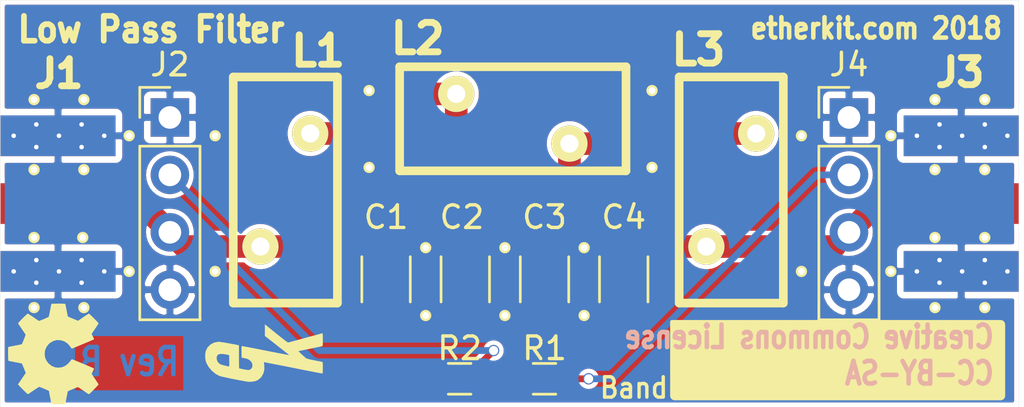
<source format=kicad_pcb>
(kicad_pcb (version 4) (host pcbnew 4.0.7-e2-6376~58~ubuntu16.04.1)

  (general
    (links 91)
    (no_connects 0)
    (area 98.025 80.107092 145.72381 100.076311)
    (thickness 1.6)
    (drawings 9)
    (tracks 38)
    (zones 0)
    (modules 49)
    (nets 8)
  )

  (page A4)
  (layers
    (0 F.Cu signal)
    (31 B.Cu signal)
    (32 B.Adhes user)
    (33 F.Adhes user)
    (34 B.Paste user)
    (35 F.Paste user)
    (36 B.SilkS user)
    (37 F.SilkS user)
    (38 B.Mask user)
    (39 F.Mask user)
    (40 Dwgs.User user)
    (41 Cmts.User user)
    (42 Eco1.User user)
    (43 Eco2.User user)
    (44 Edge.Cuts user)
    (45 Margin user)
    (46 B.CrtYd user)
    (47 F.CrtYd user)
    (48 B.Fab user)
    (49 F.Fab user hide)
  )

  (setup
    (last_trace_width 0.3)
    (trace_clearance 0.2)
    (zone_clearance 0.2)
    (zone_45_only yes)
    (trace_min 0.25)
    (segment_width 0.2)
    (edge_width 0.01)
    (via_size 0.5)
    (via_drill 0.4)
    (via_min_size 0.5)
    (via_min_drill 0.4)
    (uvia_size 0.5)
    (uvia_drill 0.4)
    (uvias_allowed no)
    (uvia_min_size 0.5)
    (uvia_min_drill 0.15)
    (pcb_text_width 0.3)
    (pcb_text_size 1.5 1.5)
    (mod_edge_width 0.15)
    (mod_text_size 1 1)
    (mod_text_width 0.15)
    (pad_size 0.5 0.5)
    (pad_drill 0.3)
    (pad_to_mask_clearance 0)
    (aux_axis_origin 0 0)
    (visible_elements FFFFFF7F)
    (pcbplotparams
      (layerselection 0x010f0_80000001)
      (usegerberextensions true)
      (excludeedgelayer true)
      (linewidth 0.100000)
      (plotframeref false)
      (viasonmask false)
      (mode 1)
      (useauxorigin false)
      (hpglpennumber 1)
      (hpglpenspeed 20)
      (hpglpendiameter 15)
      (hpglpenoverlay 2)
      (psnegative false)
      (psa4output false)
      (plotreference true)
      (plotvalue true)
      (plotinvisibletext false)
      (padsonsilk false)
      (subtractmaskfromsilk false)
      (outputformat 1)
      (mirror false)
      (drillshape 0)
      (scaleselection 1)
      (outputdirectory ""))
  )

  (net 0 "")
  (net 1 "Net-(C1-Pad1)")
  (net 2 GND)
  (net 3 "Net-(C2-Pad1)")
  (net 4 "Net-(C3-Pad1)")
  (net 5 "Net-(C4-Pad1)")
  (net 6 "Net-(J2-Pad2)")
  (net 7 VCC)

  (net_class Default "This is the default net class."
    (clearance 0.2)
    (trace_width 0.3)
    (via_dia 0.5)
    (via_drill 0.4)
    (uvia_dia 0.5)
    (uvia_drill 0.4)
    (add_net GND)
    (add_net "Net-(C2-Pad1)")
    (add_net "Net-(C3-Pad1)")
    (add_net "Net-(J2-Pad2)")
    (add_net VCC)
  )

  (net_class 50ohm ""
    (clearance 0.2)
    (trace_width 1)
    (via_dia 0.5)
    (via_drill 0.4)
    (uvia_dia 0.5)
    (uvia_drill 0.4)
    (add_net "Net-(C1-Pad1)")
    (add_net "Net-(C4-Pad1)")
  )

  (module EtherkitKicadLibrary:VIA-05 (layer F.Cu) (tedit 55466E10) (tstamp 55467698)
    (at 128.8 86)
    (fp_text reference VIA (at 0 1.2) (layer F.SilkS) hide
      (effects (font (size 1 1) (thickness 0.15)))
    )
    (fp_text value VAL** (at 0 1.2) (layer F.SilkS) hide
      (effects (font (size 1 1) (thickness 0.15)))
    )
    (pad "" thru_hole circle (at 0 0) (size 0.5 0.5) (drill 0.3) (layers *.Cu *.Mask F.SilkS)
      (net 2 GND) (clearance 0.05) (zone_connect 2))
  )

  (module EtherkitKicadLibrary:VIA-05 (layer F.Cu) (tedit 55466E10) (tstamp 55467686)
    (at 116.3 86)
    (fp_text reference VIA (at 0 1.2) (layer F.SilkS) hide
      (effects (font (size 1 1) (thickness 0.15)))
    )
    (fp_text value VAL** (at 0 1.2) (layer F.SilkS) hide
      (effects (font (size 1 1) (thickness 0.15)))
    )
    (pad "" thru_hole circle (at 0 0) (size 0.5 0.5) (drill 0.3) (layers *.Cu *.Mask F.SilkS)
      (net 2 GND) (clearance 0.05) (zone_connect 2))
  )

  (module EtherkitKicadLibrary:VIA-05 (layer F.Cu) (tedit 55466E10) (tstamp 5546766F)
    (at 116.3 89.4)
    (fp_text reference VIA (at 0 1.2) (layer F.SilkS) hide
      (effects (font (size 1 1) (thickness 0.15)))
    )
    (fp_text value VAL** (at 0 1.2) (layer F.SilkS) hide
      (effects (font (size 1 1) (thickness 0.15)))
    )
    (pad "" thru_hole circle (at 0 0) (size 0.5 0.5) (drill 0.3) (layers *.Cu *.Mask F.SilkS)
      (net 2 GND) (clearance 0.05) (zone_connect 2))
  )

  (module EtherkitKicadLibrary:VIA-05 (layer F.Cu) (tedit 55466E10) (tstamp 5546765C)
    (at 128.8 89.4)
    (fp_text reference VIA (at 0 1.2) (layer F.SilkS) hide
      (effects (font (size 1 1) (thickness 0.15)))
    )
    (fp_text value VAL** (at 0 1.2) (layer F.SilkS) hide
      (effects (font (size 1 1) (thickness 0.15)))
    )
    (pad "" thru_hole circle (at 0 0) (size 0.5 0.5) (drill 0.3) (layers *.Cu *.Mask F.SilkS)
      (net 2 GND) (clearance 0.05) (zone_connect 2))
  )

  (module EtherkitKicadLibrary:VIA-05 (layer F.Cu) (tedit 55466E10) (tstamp 554675EB)
    (at 109.5 88)
    (fp_text reference VIA (at 0 1.2) (layer F.SilkS) hide
      (effects (font (size 1 1) (thickness 0.15)))
    )
    (fp_text value VAL** (at 0 1.2) (layer F.SilkS) hide
      (effects (font (size 1 1) (thickness 0.15)))
    )
    (pad "" thru_hole circle (at 0 0) (size 0.5 0.5) (drill 0.3) (layers *.Cu *.Mask F.SilkS)
      (net 2 GND) (clearance 0.05) (zone_connect 2))
  )

  (module EtherkitKicadLibrary:VIA-05 (layer F.Cu) (tedit 55466E10) (tstamp 554675DC)
    (at 135.4 88)
    (fp_text reference VIA (at 0 1.2) (layer F.SilkS) hide
      (effects (font (size 1 1) (thickness 0.15)))
    )
    (fp_text value VAL** (at 0 1.2) (layer F.SilkS) hide
      (effects (font (size 1 1) (thickness 0.15)))
    )
    (pad "" thru_hole circle (at 0 0) (size 0.5 0.5) (drill 0.3) (layers *.Cu *.Mask F.SilkS)
      (net 2 GND) (clearance 0.05) (zone_connect 2))
  )

  (module EtherkitKicadLibrary:VIA-05 (layer F.Cu) (tedit 55466E10) (tstamp 55467596)
    (at 109.5 94)
    (fp_text reference VIA (at 0 1.2) (layer F.SilkS) hide
      (effects (font (size 1 1) (thickness 0.15)))
    )
    (fp_text value VAL** (at 0 1.2) (layer F.SilkS) hide
      (effects (font (size 1 1) (thickness 0.15)))
    )
    (pad "" thru_hole circle (at 0 0) (size 0.5 0.5) (drill 0.3) (layers *.Cu *.Mask F.SilkS)
      (net 2 GND) (clearance 0.05) (zone_connect 2))
  )

  (module EtherkitKicadLibrary:VIA-05 (layer F.Cu) (tedit 55466E10) (tstamp 55467581)
    (at 135.4 94)
    (fp_text reference VIA (at 0 1.2) (layer F.SilkS) hide
      (effects (font (size 1 1) (thickness 0.15)))
    )
    (fp_text value VAL** (at 0 1.2) (layer F.SilkS) hide
      (effects (font (size 1 1) (thickness 0.15)))
    )
    (pad "" thru_hole circle (at 0 0) (size 0.5 0.5) (drill 0.3) (layers *.Cu *.Mask F.SilkS)
      (net 2 GND) (clearance 0.05) (zone_connect 2))
  )

  (module EtherkitKicadLibrary:VIA-05 (layer F.Cu) (tedit 55466E10) (tstamp 554674E7)
    (at 125.8 92.95)
    (fp_text reference VIA (at 0 1.2) (layer F.SilkS) hide
      (effects (font (size 1 1) (thickness 0.15)))
    )
    (fp_text value VAL** (at 0 1.2) (layer F.SilkS) hide
      (effects (font (size 1 1) (thickness 0.15)))
    )
    (pad "" thru_hole circle (at 0 0) (size 0.5 0.5) (drill 0.3) (layers *.Cu *.Mask F.SilkS)
      (net 2 GND) (clearance 0.05) (zone_connect 2))
  )

  (module EtherkitKicadLibrary:VIA-05 (layer F.Cu) (tedit 55466E10) (tstamp 5546747A)
    (at 125.8 95.95)
    (fp_text reference VIA (at 0 1.2) (layer F.SilkS) hide
      (effects (font (size 1 1) (thickness 0.15)))
    )
    (fp_text value VAL** (at 0 1.2) (layer F.SilkS) hide
      (effects (font (size 1 1) (thickness 0.15)))
    )
    (pad "" thru_hole circle (at 0 0) (size 0.5 0.5) (drill 0.3) (layers *.Cu *.Mask F.SilkS)
      (net 2 GND) (clearance 0.05) (zone_connect 2))
  )

  (module EtherkitKicadLibrary:VIA-05 (layer F.Cu) (tedit 55466E10) (tstamp 55467475)
    (at 122.3 95.95)
    (fp_text reference VIA (at 0 1.2) (layer F.SilkS) hide
      (effects (font (size 1 1) (thickness 0.15)))
    )
    (fp_text value VAL** (at 0 1.2) (layer F.SilkS) hide
      (effects (font (size 1 1) (thickness 0.15)))
    )
    (pad "" thru_hole circle (at 0 0) (size 0.5 0.5) (drill 0.3) (layers *.Cu *.Mask F.SilkS)
      (net 2 GND) (clearance 0.05) (zone_connect 2))
  )

  (module EtherkitKicadLibrary:VIA-05 (layer F.Cu) (tedit 55466E10) (tstamp 5546746B)
    (at 122.3 92.95)
    (fp_text reference VIA (at 0 1.2) (layer F.SilkS) hide
      (effects (font (size 1 1) (thickness 0.15)))
    )
    (fp_text value VAL** (at 0 1.2) (layer F.SilkS) hide
      (effects (font (size 1 1) (thickness 0.15)))
    )
    (pad "" thru_hole circle (at 0 0) (size 0.5 0.5) (drill 0.3) (layers *.Cu *.Mask F.SilkS)
      (net 2 GND) (clearance 0.05) (zone_connect 2))
  )

  (module EtherkitKicadLibrary:VIA-05 (layer F.Cu) (tedit 55466E10) (tstamp 55467445)
    (at 118.8 95.95)
    (fp_text reference VIA (at 0 1.2) (layer F.SilkS) hide
      (effects (font (size 1 1) (thickness 0.15)))
    )
    (fp_text value VAL** (at 0 1.2) (layer F.SilkS) hide
      (effects (font (size 1 1) (thickness 0.15)))
    )
    (pad "" thru_hole circle (at 0 0) (size 0.5 0.5) (drill 0.3) (layers *.Cu *.Mask F.SilkS)
      (net 2 GND) (clearance 0.05) (zone_connect 2))
  )

  (module EtherkitKicadLibrary:VIA-05 (layer F.Cu) (tedit 55466E10) (tstamp 55467440)
    (at 118.8 92.95)
    (fp_text reference VIA (at 0 1.2) (layer F.SilkS) hide
      (effects (font (size 1 1) (thickness 0.15)))
    )
    (fp_text value VAL** (at 0 1.2) (layer F.SilkS) hide
      (effects (font (size 1 1) (thickness 0.15)))
    )
    (pad "" thru_hole circle (at 0 0) (size 0.5 0.5) (drill 0.3) (layers *.Cu *.Mask F.SilkS)
      (net 2 GND) (clearance 0.05) (zone_connect 2))
  )

  (module EtherkitKicadLibrary:VIA-05 (layer F.Cu) (tedit 55466E10) (tstamp 5546743C)
    (at 139.35 94)
    (fp_text reference VIA (at 0 1.2) (layer F.SilkS) hide
      (effects (font (size 1 1) (thickness 0.15)))
    )
    (fp_text value VAL** (at 0 1.2) (layer F.SilkS) hide
      (effects (font (size 1 1) (thickness 0.15)))
    )
    (pad "" thru_hole circle (at 0 0) (size 0.5 0.5) (drill 0.3) (layers *.Cu *.Mask F.SilkS)
      (net 2 GND) (clearance 0.05) (zone_connect 2))
  )

  (module EtherkitKicadLibrary:VIA-05 (layer F.Cu) (tedit 55466E10) (tstamp 55467437)
    (at 139.35 88)
    (fp_text reference VIA (at 0 1.2) (layer F.SilkS) hide
      (effects (font (size 1 1) (thickness 0.15)))
    )
    (fp_text value VAL** (at 0 1.2) (layer F.SilkS) hide
      (effects (font (size 1 1) (thickness 0.15)))
    )
    (pad "" thru_hole circle (at 0 0) (size 0.5 0.5) (drill 0.3) (layers *.Cu *.Mask F.SilkS)
      (net 2 GND) (clearance 0.05) (zone_connect 2))
  )

  (module EtherkitKicadLibrary:VIA-05 (layer F.Cu) (tedit 55466E10) (tstamp 55467432)
    (at 143.5 92.5)
    (fp_text reference VIA (at 0 1.2) (layer F.SilkS) hide
      (effects (font (size 1 1) (thickness 0.15)))
    )
    (fp_text value VAL** (at 0 1.2) (layer F.SilkS) hide
      (effects (font (size 1 1) (thickness 0.15)))
    )
    (pad "" thru_hole circle (at 0 0) (size 0.5 0.5) (drill 0.3) (layers *.Cu *.Mask F.SilkS)
      (net 2 GND) (clearance 0.05) (zone_connect 2))
  )

  (module EtherkitKicadLibrary:VIA-05 (layer F.Cu) (tedit 55466E10) (tstamp 5546742D)
    (at 141.3 92.5)
    (fp_text reference VIA (at 0 1.2) (layer F.SilkS) hide
      (effects (font (size 1 1) (thickness 0.15)))
    )
    (fp_text value VAL** (at 0 1.2) (layer F.SilkS) hide
      (effects (font (size 1 1) (thickness 0.15)))
    )
    (pad "" thru_hole circle (at 0 0) (size 0.5 0.5) (drill 0.3) (layers *.Cu *.Mask F.SilkS)
      (net 2 GND) (clearance 0.05) (zone_connect 2))
  )

  (module EtherkitKicadLibrary:VIA-05 (layer F.Cu) (tedit 55466E10) (tstamp 55467423)
    (at 143.5 89.5)
    (fp_text reference VIA (at 0 1.2) (layer F.SilkS) hide
      (effects (font (size 1 1) (thickness 0.15)))
    )
    (fp_text value VAL** (at 0 1.2) (layer F.SilkS) hide
      (effects (font (size 1 1) (thickness 0.15)))
    )
    (pad "" thru_hole circle (at 0 0) (size 0.5 0.5) (drill 0.3) (layers *.Cu *.Mask F.SilkS)
      (net 2 GND) (clearance 0.05) (zone_connect 2))
  )

  (module EtherkitKicadLibrary:VIA-05 (layer F.Cu) (tedit 55466E10) (tstamp 5546741E)
    (at 141.3 89.5)
    (fp_text reference VIA (at 0 1.2) (layer F.SilkS) hide
      (effects (font (size 1 1) (thickness 0.15)))
    )
    (fp_text value VAL** (at 0 1.2) (layer F.SilkS) hide
      (effects (font (size 1 1) (thickness 0.15)))
    )
    (pad "" thru_hole circle (at 0 0) (size 0.5 0.5) (drill 0.3) (layers *.Cu *.Mask F.SilkS)
      (net 2 GND) (clearance 0.05) (zone_connect 2))
  )

  (module EtherkitKicadLibrary:VIA-05 (layer F.Cu) (tedit 55466E10) (tstamp 554673FB)
    (at 141.3 86.4)
    (fp_text reference VIA (at 0 1.2) (layer F.SilkS) hide
      (effects (font (size 1 1) (thickness 0.15)))
    )
    (fp_text value VAL** (at 0 1.2) (layer F.SilkS) hide
      (effects (font (size 1 1) (thickness 0.15)))
    )
    (pad "" thru_hole circle (at 0 0) (size 0.5 0.5) (drill 0.3) (layers *.Cu *.Mask F.SilkS)
      (net 2 GND) (clearance 0.05) (zone_connect 2))
  )

  (module EtherkitKicadLibrary:VIA-05 (layer F.Cu) (tedit 55466E10) (tstamp 554673E4)
    (at 143.5 86.4)
    (fp_text reference VIA (at 0 1.2) (layer F.SilkS) hide
      (effects (font (size 1 1) (thickness 0.15)))
    )
    (fp_text value VAL** (at 0 1.2) (layer F.SilkS) hide
      (effects (font (size 1 1) (thickness 0.15)))
    )
    (pad "" thru_hole circle (at 0 0) (size 0.5 0.5) (drill 0.3) (layers *.Cu *.Mask F.SilkS)
      (net 2 GND) (clearance 0.05) (zone_connect 2))
  )

  (module EtherkitKicadLibrary:VIA-05 (layer F.Cu) (tedit 55466E10) (tstamp 554673DE)
    (at 143.5 95.6)
    (fp_text reference VIA (at 0 1.2) (layer F.SilkS) hide
      (effects (font (size 1 1) (thickness 0.15)))
    )
    (fp_text value VAL** (at 0 1.2) (layer F.SilkS) hide
      (effects (font (size 1 1) (thickness 0.15)))
    )
    (pad "" thru_hole circle (at 0 0) (size 0.5 0.5) (drill 0.3) (layers *.Cu *.Mask F.SilkS)
      (net 2 GND) (clearance 0.05) (zone_connect 2))
  )

  (module EtherkitKicadLibrary:VIA-05 (layer F.Cu) (tedit 55466E10) (tstamp 554673D9)
    (at 141.3 95.6)
    (fp_text reference VIA (at 0 1.2) (layer F.SilkS) hide
      (effects (font (size 1 1) (thickness 0.15)))
    )
    (fp_text value VAL** (at 0 1.2) (layer F.SilkS) hide
      (effects (font (size 1 1) (thickness 0.15)))
    )
    (pad "" thru_hole circle (at 0 0) (size 0.5 0.5) (drill 0.3) (layers *.Cu *.Mask F.SilkS)
      (net 2 GND) (clearance 0.05) (zone_connect 2))
  )

  (module EtherkitKicadLibrary:VIA-05 (layer F.Cu) (tedit 55466E10) (tstamp 554673D4)
    (at 103.65 92.5)
    (fp_text reference VIA (at 0 1.2) (layer F.SilkS) hide
      (effects (font (size 1 1) (thickness 0.15)))
    )
    (fp_text value VAL** (at 0 1.2) (layer F.SilkS) hide
      (effects (font (size 1 1) (thickness 0.15)))
    )
    (pad "" thru_hole circle (at 0 0) (size 0.5 0.5) (drill 0.3) (layers *.Cu *.Mask F.SilkS)
      (net 2 GND) (clearance 0.05) (zone_connect 2))
  )

  (module EtherkitKicadLibrary:VIA-05 (layer F.Cu) (tedit 55466E10) (tstamp 554673CF)
    (at 101.5 92.5)
    (fp_text reference VIA (at 0 1.2) (layer F.SilkS) hide
      (effects (font (size 1 1) (thickness 0.15)))
    )
    (fp_text value VAL** (at 0 1.2) (layer F.SilkS) hide
      (effects (font (size 1 1) (thickness 0.15)))
    )
    (pad "" thru_hole circle (at 0 0) (size 0.5 0.5) (drill 0.3) (layers *.Cu *.Mask F.SilkS)
      (net 2 GND) (clearance 0.05) (zone_connect 2))
  )

  (module EtherkitKicadLibrary:VIA-05 (layer F.Cu) (tedit 55466E10) (tstamp 554673CA)
    (at 101.5 89.5)
    (fp_text reference VIA (at 0 1.2) (layer F.SilkS) hide
      (effects (font (size 1 1) (thickness 0.15)))
    )
    (fp_text value VAL** (at 0 1.2) (layer F.SilkS) hide
      (effects (font (size 1 1) (thickness 0.15)))
    )
    (pad "" thru_hole circle (at 0 0) (size 0.5 0.5) (drill 0.3) (layers *.Cu *.Mask F.SilkS)
      (net 2 GND) (clearance 0.05) (zone_connect 2))
  )

  (module EtherkitKicadLibrary:VIA-05 (layer F.Cu) (tedit 55466E10) (tstamp 554673C1)
    (at 103.7 89.5)
    (fp_text reference VIA (at 0 1.2) (layer F.SilkS) hide
      (effects (font (size 1 1) (thickness 0.15)))
    )
    (fp_text value VAL** (at 0 1.2) (layer F.SilkS) hide
      (effects (font (size 1 1) (thickness 0.15)))
    )
    (pad "" thru_hole circle (at 0 0) (size 0.5 0.5) (drill 0.3) (layers *.Cu *.Mask F.SilkS)
      (net 2 GND) (clearance 0.05) (zone_connect 2))
  )

  (module EtherkitKicadLibrary:VIA-05 (layer F.Cu) (tedit 55466E10) (tstamp 554673BA)
    (at 103.7 86.4)
    (fp_text reference VIA (at 0 1.2) (layer F.SilkS) hide
      (effects (font (size 1 1) (thickness 0.15)))
    )
    (fp_text value VAL** (at 0 1.2) (layer F.SilkS) hide
      (effects (font (size 1 1) (thickness 0.15)))
    )
    (pad "" thru_hole circle (at 0 0) (size 0.5 0.5) (drill 0.3) (layers *.Cu *.Mask F.SilkS)
      (net 2 GND) (clearance 0.05) (zone_connect 2))
  )

  (module EtherkitKicadLibrary:VIA-05 (layer F.Cu) (tedit 55466E10) (tstamp 554673B3)
    (at 101.5 86.4)
    (fp_text reference VIA (at 0 1.2) (layer F.SilkS) hide
      (effects (font (size 1 1) (thickness 0.15)))
    )
    (fp_text value VAL** (at 0 1.2) (layer F.SilkS) hide
      (effects (font (size 1 1) (thickness 0.15)))
    )
    (pad "" thru_hole circle (at 0 0) (size 0.5 0.5) (drill 0.3) (layers *.Cu *.Mask F.SilkS)
      (net 2 GND) (clearance 0.05) (zone_connect 2))
  )

  (module EtherkitKicadLibrary:VIA-05 (layer F.Cu) (tedit 55466E10) (tstamp 554673A5)
    (at 103.7 95.6)
    (fp_text reference VIA (at 0 1.2) (layer F.SilkS) hide
      (effects (font (size 1 1) (thickness 0.15)))
    )
    (fp_text value VAL** (at 0 1.2) (layer F.SilkS) hide
      (effects (font (size 1 1) (thickness 0.15)))
    )
    (pad "" thru_hole circle (at 0 0) (size 0.5 0.5) (drill 0.3) (layers *.Cu *.Mask F.SilkS)
      (net 2 GND) (clearance 0.05) (zone_connect 2))
  )

  (module EtherkitKicadLibrary:VIA-05 (layer F.Cu) (tedit 55466E10) (tstamp 5546739E)
    (at 101.5 95.6)
    (fp_text reference VIA (at 0 1.2) (layer F.SilkS) hide
      (effects (font (size 1 1) (thickness 0.15)))
    )
    (fp_text value VAL** (at 0 1.2) (layer F.SilkS) hide
      (effects (font (size 1 1) (thickness 0.15)))
    )
    (pad "" thru_hole circle (at 0 0) (size 0.5 0.5) (drill 0.3) (layers *.Cu *.Mask F.SilkS)
      (net 2 GND) (clearance 0.05) (zone_connect 2))
  )

  (module EtherkitKicadLibrary:VIA-05 (layer F.Cu) (tedit 55466E08) (tstamp 5546738E)
    (at 105.7 88)
    (fp_text reference VIA (at 0 1.2) (layer F.SilkS) hide
      (effects (font (size 1 1) (thickness 0.15)))
    )
    (fp_text value VAL** (at 0 1.2) (layer F.SilkS) hide
      (effects (font (size 1 1) (thickness 0.15)))
    )
    (pad "" thru_hole circle (at 0 0) (size 0.5 0.5) (drill 0.3) (layers *.Cu *.Mask F.SilkS)
      (net 2 GND) (clearance 0.05) (zone_connect 2))
  )

  (module EtherkitKicadLibrary:EtherkitLogoSmall (layer F.Cu) (tedit 0) (tstamp 55466C06)
    (at 111.65 97.6 90)
    (fp_text reference Ref** (at 0 3.25 90) (layer F.SilkS) hide
      (effects (font (size 0.2 0.2) (thickness 0.05)))
    )
    (fp_text value Val** (at 0 -2.95 90) (layer F.SilkS) hide
      (effects (font (size 0.2 0.2) (thickness 0.05)))
    )
    (fp_poly (pts (xy 0.58166 2.60604) (xy 0.6223 2.60604) (xy 0.7493 2.6035) (xy 0.83312 2.59842)
      (xy 0.8636 2.5908) (xy 0.85852 2.57048) (xy 0.84074 2.49936) (xy 0.80772 2.37998)
      (xy 0.76708 2.22504) (xy 0.71628 2.03962) (xy 0.61722 1.67894) (xy 0.56388 1.48844)
      (xy 0.5207 1.3208) (xy 0.48514 1.19126) (xy 0.46228 1.10236) (xy 0.45466 1.0668)
      (xy 0.45466 1.06426) (xy 0.4826 1.02362) (xy 0.54102 0.94234) (xy 0.62738 0.83058)
      (xy 0.73406 0.69596) (xy 0.85598 0.54356) (xy 1.2573 0.04826) (xy 0.74422 0.04826)
      (xy 0.32258 0.58928) (xy 0.2667 0.65786) (xy 0.14986 0.80772) (xy 0.04826 0.93726)
      (xy -0.03302 1.03886) (xy -0.08382 1.10236) (xy -0.10414 1.12522) (xy -0.1016 1.10998)
      (xy -0.0889 1.03886) (xy -0.06604 0.91948) (xy -0.03556 0.75946) (xy 0.00254 0.56134)
      (xy 0.04572 0.33782) (xy 0.09398 0.09398) (xy 0.127 -0.07874) (xy 0.17526 -0.31242)
      (xy 0.2159 -0.5207) (xy 0.24892 -0.6985) (xy 0.27432 -0.83566) (xy 0.2921 -0.92456)
      (xy 0.29718 -0.96266) (xy 0.29718 -0.97028) (xy 0.28448 -0.98044) (xy 0.24638 -0.98552)
      (xy 0.17018 -0.98552) (xy 0.04318 -0.98552) (xy -0.21082 -0.98044) (xy -0.23622 -0.85598)
      (xy -0.26416 -0.73914) (xy -0.3048 -0.65532) (xy -0.36322 -0.58674) (xy -0.40386 -0.55118)
      (xy -0.47498 -0.51308) (xy -0.56388 -0.50292) (xy -0.56896 -0.50292) (xy -0.64008 -0.51308)
      (xy -0.6985 -0.55118) (xy -0.70866 -0.56134) (xy -0.74676 -0.6096) (xy -0.762 -0.66802)
      (xy -0.75438 -0.75946) (xy -0.73152 -0.89408) (xy -0.7112 -0.98552) (xy -0.69596 -1.06172)
      (xy -0.69088 -1.0922) (xy -0.67564 -1.09474) (xy -0.6096 -1.09474) (xy -0.53594 -1.09728)
      (xy -0.53594 -1.524) (xy -0.58674 -1.52908) (xy -0.60452 -1.5367) (xy -0.60706 -1.5494)
      (xy -0.60198 -1.56464) (xy -0.58674 -1.63068) (xy -0.56642 -1.72466) (xy -0.55626 -1.7653)
      (xy -0.52832 -1.86436) (xy -0.50038 -1.93294) (xy -0.49276 -1.94564) (xy -0.42164 -2.02438)
      (xy -0.32512 -2.07264) (xy -0.22098 -2.08788) (xy -0.13208 -2.06756) (xy -0.06858 -2.0066)
      (xy -0.06604 -2.00152) (xy -0.04826 -1.91262) (xy -0.05334 -1.78816) (xy -0.0762 -1.64846)
      (xy -0.10414 -1.53162) (xy -0.35814 -1.52654) (xy -0.44196 -1.524) (xy -0.53594 -1.524)
      (xy -0.53594 -1.09728) (xy -0.49784 -1.09728) (xy -0.35306 -1.09728) (xy -0.18034 -1.09982)
      (xy 0.32766 -1.09982) (xy 0.33782 -1.13538) (xy 0.34036 -1.143) (xy 0.36322 -1.24968)
      (xy 0.38862 -1.38938) (xy 0.41656 -1.54178) (xy 0.4445 -1.69418) (xy 0.46482 -1.8288)
      (xy 0.48006 -1.93548) (xy 0.48768 -1.9939) (xy 0.48514 -2.02438) (xy 0.44958 -2.20472)
      (xy 0.36068 -2.3622) (xy 0.23368 -2.4892) (xy 0.07366 -2.5654) (xy 0.05588 -2.57048)
      (xy -0.0635 -2.58826) (xy -0.2032 -2.58826) (xy -0.32766 -2.57302) (xy -0.44704 -2.53746)
      (xy -0.62992 -2.43586) (xy -0.79756 -2.29362) (xy -0.93472 -2.12598) (xy -1.0287 -1.94564)
      (xy -1.03632 -1.92278) (xy -1.05664 -1.83388) (xy -1.08458 -1.70434) (xy -1.12014 -1.54686)
      (xy -1.1557 -1.3716) (xy -1.19126 -1.19126) (xy -1.22428 -1.01854) (xy -1.25222 -0.86868)
      (xy -1.27254 -0.75184) (xy -1.2827 -0.68072) (xy -1.2827 -0.57912) (xy -1.26238 -0.41402)
      (xy -1.21158 -0.27686) (xy -1.19126 -0.24384) (xy -1.07442 -0.1143) (xy -0.91694 -0.02286)
      (xy -0.73406 0.02286) (xy -0.53848 0.01778) (xy -0.51562 0.01524) (xy -0.4445 0.00508)
      (xy -0.41402 0.00508) (xy -0.41402 0.0127) (xy -0.42418 0.07366) (xy -0.44704 0.18542)
      (xy -0.47752 0.34036) (xy -0.51562 0.53848) (xy -0.5588 0.76708) (xy -0.6096 1.02108)
      (xy -0.69342 1.43764) (xy -0.74676 1.7018) (xy -0.79502 1.94564) (xy -0.83566 2.159)
      (xy -0.87122 2.33934) (xy -0.89662 2.47396) (xy -0.91186 2.56286) (xy -0.9144 2.59334)
      (xy -0.91186 2.59588) (xy -0.86614 2.60096) (xy -0.77724 2.6035) (xy -0.65786 2.60604)
      (xy -0.55372 2.60604) (xy -0.4699 2.6035) (xy -0.42672 2.59842) (xy -0.4064 2.58826)
      (xy -0.40132 2.57048) (xy -0.39624 2.54508) (xy -0.37846 2.46634) (xy -0.35814 2.35204)
      (xy -0.3302 2.21488) (xy -0.32258 2.17424) (xy -0.28702 2.01168) (xy -0.25908 1.91008)
      (xy -0.23876 1.86182) (xy -0.2286 1.85166) (xy -0.1524 1.7653) (xy -0.07366 1.6764)
      (xy 0 1.6002) (xy 0.0508 1.54686) (xy 0.07112 1.52654) (xy 0.0762 1.54178)
      (xy 0.09144 1.60782) (xy 0.1143 1.71958) (xy 0.14478 1.86436) (xy 0.1778 2.032)
      (xy 0.2032 2.14884) (xy 0.23622 2.30632) (xy 0.26162 2.4384) (xy 0.28194 2.52984)
      (xy 0.28956 2.57048) (xy 0.2921 2.57302) (xy 0.29718 2.58826) (xy 0.3175 2.59842)
      (xy 0.36322 2.6035) (xy 0.44704 2.60604) (xy 0.58166 2.60604)) (layer F.SilkS) (width 0.00254))
  )

  (module EtherkitKicadLibrary:OSHWLogo4mm (layer F.Cu) (tedit 0) (tstamp 55466F5A)
    (at 102.35 97.65 90)
    (fp_text reference G*** (at 0 2.35966 90) (layer F.SilkS) hide
      (effects (font (size 0.2032 0.2032) (thickness 0.04064)))
    )
    (fp_text value LOGO (at 0 -2.35966 90) (layer F.SilkS) hide
      (effects (font (size 0.2032 0.2032) (thickness 0.04064)))
    )
    (fp_poly (pts (xy -1.34874 1.99898) (xy -1.32588 1.98628) (xy -1.27254 1.95326) (xy -1.19888 1.905)
      (xy -1.10998 1.84658) (xy -1.02362 1.78562) (xy -0.94996 1.73736) (xy -0.89916 1.70434)
      (xy -0.87884 1.69418) (xy -0.86614 1.69672) (xy -0.8255 1.71704) (xy -0.76454 1.75006)
      (xy -0.72898 1.76784) (xy -0.6731 1.7907) (xy -0.64516 1.79578) (xy -0.64008 1.78816)
      (xy -0.61976 1.74752) (xy -0.58928 1.67386) (xy -0.5461 1.57734) (xy -0.49784 1.46304)
      (xy -0.44704 1.34112) (xy -0.3937 1.2192) (xy -0.34544 1.09982) (xy -0.30226 0.99314)
      (xy -0.2667 0.90678) (xy -0.24384 0.84582) (xy -0.23622 0.82042) (xy -0.23876 0.81534)
      (xy -0.2667 0.7874) (xy -0.31496 0.75184) (xy -0.4191 0.66548) (xy -0.52324 0.53594)
      (xy -0.58674 0.38862) (xy -0.6096 0.22352) (xy -0.59182 0.07366) (xy -0.53086 -0.07112)
      (xy -0.42926 -0.2032) (xy -0.3048 -0.29972) (xy -0.16256 -0.36322) (xy 0 -0.38354)
      (xy 0.15494 -0.36576) (xy 0.30226 -0.30734) (xy 0.43434 -0.20574) (xy 0.49022 -0.14224)
      (xy 0.56642 -0.01016) (xy 0.6096 0.13208) (xy 0.61468 0.16764) (xy 0.60706 0.32512)
      (xy 0.56134 0.47498) (xy 0.48006 0.60706) (xy 0.36576 0.71882) (xy 0.35052 0.72898)
      (xy 0.29718 0.76708) (xy 0.26162 0.79502) (xy 0.23368 0.81788) (xy 0.4318 1.29794)
      (xy 0.46482 1.37414) (xy 0.51816 1.50368) (xy 0.56642 1.61798) (xy 0.60706 1.70688)
      (xy 0.63246 1.76784) (xy 0.64516 1.7907) (xy 0.64516 1.79324) (xy 0.66294 1.79578)
      (xy 0.6985 1.78308) (xy 0.76708 1.75006) (xy 0.81026 1.7272) (xy 0.86106 1.7018)
      (xy 0.88392 1.69418) (xy 0.90424 1.70434) (xy 0.9525 1.73482) (xy 1.02362 1.78308)
      (xy 1.10998 1.8415) (xy 1.19126 1.89738) (xy 1.26492 1.94564) (xy 1.3208 1.9812)
      (xy 1.3462 1.99644) (xy 1.35128 1.99644) (xy 1.37414 1.98374) (xy 1.41732 1.94564)
      (xy 1.48336 1.88468) (xy 1.5748 1.79324) (xy 1.59004 1.78054) (xy 1.66624 1.7018)
      (xy 1.7272 1.6383) (xy 1.76784 1.59258) (xy 1.78308 1.56972) (xy 1.78308 1.56972)
      (xy 1.77038 1.54432) (xy 1.73482 1.49098) (xy 1.68656 1.41478) (xy 1.6256 1.32588)
      (xy 1.46558 1.09474) (xy 1.55448 0.8763) (xy 1.57988 0.81026) (xy 1.61544 0.72898)
      (xy 1.64084 0.6731) (xy 1.65354 0.6477) (xy 1.6764 0.63754) (xy 1.73482 0.62484)
      (xy 1.82118 0.60706) (xy 1.92532 0.58674) (xy 2.02438 0.56896) (xy 2.11074 0.55118)
      (xy 2.17678 0.53848) (xy 2.20472 0.5334) (xy 2.21234 0.53086) (xy 2.21742 0.51562)
      (xy 2.21996 0.48514) (xy 2.2225 0.4318) (xy 2.22504 0.34798) (xy 2.22504 0.22352)
      (xy 2.22504 0.21082) (xy 2.2225 0.09398) (xy 2.2225 0) (xy 2.21742 -0.05842)
      (xy 2.21488 -0.08382) (xy 2.21488 -0.08382) (xy 2.18694 -0.0889) (xy 2.12344 -0.10414)
      (xy 2.03454 -0.11938) (xy 1.9304 -0.1397) (xy 1.92278 -0.14224) (xy 1.81864 -0.16256)
      (xy 1.72974 -0.18034) (xy 1.66878 -0.19558) (xy 1.64084 -0.2032) (xy 1.63576 -0.21082)
      (xy 1.61544 -0.25146) (xy 1.58496 -0.3175) (xy 1.5494 -0.39624) (xy 1.51638 -0.48006)
      (xy 1.4859 -0.55372) (xy 1.46558 -0.6096) (xy 1.4605 -0.635) (xy 1.4605 -0.635)
      (xy 1.47574 -0.6604) (xy 1.5113 -0.71374) (xy 1.5621 -0.78994) (xy 1.6256 -0.87884)
      (xy 1.62814 -0.88646) (xy 1.6891 -0.97536) (xy 1.7399 -1.05156) (xy 1.77038 -1.1049)
      (xy 1.78308 -1.12776) (xy 1.78308 -1.1303) (xy 1.76276 -1.1557) (xy 1.71704 -1.2065)
      (xy 1.65354 -1.27508) (xy 1.5748 -1.35382) (xy 1.5494 -1.37922) (xy 1.46304 -1.46304)
      (xy 1.40462 -1.51892) (xy 1.36652 -1.54686) (xy 1.34874 -1.55448) (xy 1.34874 -1.55448)
      (xy 1.3208 -1.5367) (xy 1.26492 -1.50114) (xy 1.18872 -1.4478) (xy 1.09728 -1.38684)
      (xy 1.0922 -1.3843) (xy 1.0033 -1.32334) (xy 0.92964 -1.27254) (xy 0.8763 -1.23698)
      (xy 0.85344 -1.22428) (xy 0.84836 -1.22428) (xy 0.8128 -1.23444) (xy 0.7493 -1.2573)
      (xy 0.6731 -1.28778) (xy 0.58928 -1.3208) (xy 0.51562 -1.35128) (xy 0.45974 -1.37668)
      (xy 0.4318 -1.39192) (xy 0.4318 -1.39446) (xy 0.42164 -1.42494) (xy 0.4064 -1.49098)
      (xy 0.38862 -1.58242) (xy 0.3683 -1.69164) (xy 0.36322 -1.70942) (xy 0.3429 -1.8161)
      (xy 0.32766 -1.90246) (xy 0.31496 -1.96342) (xy 0.30734 -1.98882) (xy 0.2921 -1.99136)
      (xy 0.2413 -1.99644) (xy 0.16256 -1.99898) (xy 0.06604 -1.99898) (xy -0.03302 -1.99898)
      (xy -0.13208 -1.99644) (xy -0.2159 -1.9939) (xy -0.27432 -1.98882) (xy -0.29972 -1.98374)
      (xy -0.30226 -1.98374) (xy -0.30988 -1.95072) (xy -0.32512 -1.88468) (xy -0.3429 -1.7907)
      (xy -0.36576 -1.68148) (xy -0.3683 -1.6637) (xy -0.38862 -1.55702) (xy -0.4064 -1.47066)
      (xy -0.4191 -1.4097) (xy -0.42672 -1.38684) (xy -0.43434 -1.38176) (xy -0.48006 -1.36398)
      (xy -0.55118 -1.3335) (xy -0.63754 -1.29794) (xy -0.84074 -1.21666) (xy -1.0922 -1.38684)
      (xy -1.11506 -1.40208) (xy -1.20396 -1.46304) (xy -1.27762 -1.51384) (xy -1.32842 -1.54686)
      (xy -1.35128 -1.55702) (xy -1.35128 -1.55702) (xy -1.37668 -1.53416) (xy -1.42748 -1.48844)
      (xy -1.49352 -1.4224) (xy -1.57226 -1.34366) (xy -1.63068 -1.28778) (xy -1.69926 -1.21666)
      (xy -1.74498 -1.1684) (xy -1.76784 -1.13792) (xy -1.77546 -1.12014) (xy -1.77292 -1.10744)
      (xy -1.75768 -1.08204) (xy -1.72212 -1.0287) (xy -1.66878 -0.9525) (xy -1.60782 -0.8636)
      (xy -1.55956 -0.78994) (xy -1.50368 -0.70612) (xy -1.46812 -0.64516) (xy -1.45796 -0.61722)
      (xy -1.4605 -0.60452) (xy -1.47828 -0.55626) (xy -1.50622 -0.4826) (xy -1.54432 -0.3937)
      (xy -1.63068 -0.19558) (xy -1.76022 -0.17018) (xy -1.83896 -0.15748) (xy -1.95072 -0.13462)
      (xy -2.05486 -0.1143) (xy -2.21996 -0.08382) (xy -2.22504 0.51816) (xy -2.19964 0.52832)
      (xy -2.17424 0.53594) (xy -2.11328 0.54864) (xy -2.02692 0.56642) (xy -1.92532 0.58674)
      (xy -1.83896 0.60198) (xy -1.75006 0.61976) (xy -1.68656 0.63246) (xy -1.65862 0.63754)
      (xy -1.651 0.6477) (xy -1.63068 0.68834) (xy -1.59766 0.75692) (xy -1.56464 0.8382)
      (xy -1.52908 0.92202) (xy -1.4986 1.00076) (xy -1.47574 1.05918) (xy -1.46812 1.0922)
      (xy -1.48082 1.11506) (xy -1.51384 1.16586) (xy -1.5621 1.23952) (xy -1.62052 1.32588)
      (xy -1.68148 1.41478) (xy -1.73228 1.48844) (xy -1.7653 1.54178) (xy -1.78054 1.56718)
      (xy -1.77292 1.58496) (xy -1.7399 1.6256) (xy -1.67386 1.69418) (xy -1.5748 1.7907)
      (xy -1.55956 1.80594) (xy -1.48082 1.88214) (xy -1.41478 1.9431) (xy -1.36906 1.98374)
      (xy -1.34874 1.99898)) (layer F.SilkS) (width 0.00254))
  )

  (module EtherkitKicadLibrary:VIA-05 (layer F.Cu) (tedit 55466E10) (tstamp 55467383)
    (at 105.7 94)
    (fp_text reference VIA (at 0 1.2) (layer F.SilkS) hide
      (effects (font (size 1 1) (thickness 0.15)))
    )
    (fp_text value VAL** (at 0 1.2) (layer F.SilkS) hide
      (effects (font (size 1 1) (thickness 0.15)))
    )
    (pad "" thru_hole circle (at 0 0) (size 0.5 0.5) (drill 0.3) (layers *.Cu *.Mask F.SilkS)
      (net 2 GND) (clearance 0.05) (zone_connect 2))
  )

  (module EtherkitKicadLibrary:SMA-ENDLAUNCH (layer F.Cu) (tedit 563E6F76) (tstamp 55465E1C)
    (at 105.1 91 90)
    (path /55354443)
    (fp_text reference J1 (at 5.75 -2.5 180) (layer F.SilkS)
      (effects (font (size 1.2 1.2) (thickness 0.3)))
    )
    (fp_text value SMA (at 0.2 -6.1 90) (layer F.SilkS) hide
      (effects (font (size 1 1) (thickness 0.15)))
    )
    (pad 1 smd rect (at 0 -2.54 90) (size 1.8 5.08) (layers F.Cu F.Mask)
      (net 1 "Net-(C1-Pad1)"))
    (pad 2 smd rect (at 3 -2.54 90) (size 1.8 5.08) (layers B.Cu B.Mask)
      (net 2 GND))
    (pad 2 smd rect (at -3 -2.54 90) (size 1.8 5.08) (layers F.Cu F.Mask)
      (net 2 GND))
    (pad 2 thru_hole circle (at 3 -0.5 90) (size 0.3 0.3) (drill 0.2) (layers *.Cu *.Mask)
      (net 2 GND) (zone_connect 2))
    (pad 2 thru_hole circle (at 3 -4.5 90) (size 0.3 0.3) (drill 0.2) (layers *.Cu *.Mask)
      (net 2 GND) (zone_connect 2))
    (pad 2 thru_hole circle (at 2.5 -3.5 90) (size 0.3 0.3) (drill 0.2) (layers *.Cu *.Mask)
      (net 2 GND) (zone_connect 2))
    (pad 2 thru_hole circle (at 3.5 -3.5 90) (size 0.3 0.3) (drill 0.2) (layers *.Cu *.Mask)
      (net 2 GND) (zone_connect 2))
    (pad 2 thru_hole circle (at 3 -2.5 90) (size 0.3 0.3) (drill 0.2) (layers *.Cu *.Mask)
      (net 2 GND) (zone_connect 2))
    (pad 2 thru_hole circle (at 2.5 -1.5 90) (size 0.3 0.3) (drill 0.2) (layers *.Cu *.Mask)
      (net 2 GND) (zone_connect 2))
    (pad 2 thru_hole circle (at 3.5 -1.5 90) (size 0.3 0.3) (drill 0.2) (layers *.Cu *.Mask)
      (net 2 GND) (zone_connect 2))
    (pad 2 thru_hole circle (at -3 -0.5 90) (size 0.3 0.3) (drill 0.2) (layers *.Cu *.Mask)
      (net 2 GND) (zone_connect 2))
    (pad 2 thru_hole circle (at -3 -4.5 90) (size 0.3 0.3) (drill 0.2) (layers *.Cu *.Mask)
      (net 2 GND) (zone_connect 2))
    (pad 2 thru_hole circle (at -3.5 -3.5 90) (size 0.3 0.3) (drill 0.2) (layers *.Cu *.Mask)
      (net 2 GND) (zone_connect 2))
    (pad 2 thru_hole circle (at -2.5 -3.5 90) (size 0.3 0.3) (drill 0.2) (layers *.Cu *.Mask)
      (net 2 GND) (zone_connect 2))
    (pad 2 thru_hole circle (at -3 -2.5 90) (size 0.3 0.3) (drill 0.2) (layers *.Cu *.Mask)
      (net 2 GND) (zone_connect 2))
    (pad 2 thru_hole circle (at -3.5 -1.5 90) (size 0.3 0.3) (drill 0.2) (layers *.Cu *.Mask)
      (net 2 GND) (zone_connect 2))
    (pad 2 thru_hole circle (at -2.5 -1.5 90) (size 0.3 0.3) (drill 0.2) (layers *.Cu *.Mask)
      (net 2 GND) (zone_connect 2))
    (pad 2 smd rect (at 3 -2.54 90) (size 1.8 5.08) (layers F.Cu F.Mask)
      (net 2 GND))
    (pad 2 smd rect (at -3 -2.54 90) (size 1.8 5.08) (layers B.Cu B.Mask)
      (net 2 GND))
  )

  (module EtherkitKicadLibrary:SMA-ENDLAUNCH (layer F.Cu) (tedit 563E6FA0) (tstamp 5545488F)
    (at 145 91 90)
    (path /5535438E)
    (fp_text reference J3 (at 5.8 -2.6 180) (layer F.SilkS)
      (effects (font (size 1.2 1.2) (thickness 0.3)))
    )
    (fp_text value SMA (at 0.2 -6.1 90) (layer F.SilkS) hide
      (effects (font (size 1 1) (thickness 0.15)))
    )
    (pad 1 smd rect (at 0 -2.54 90) (size 1.8 5.08) (layers F.Cu F.Mask)
      (net 5 "Net-(C4-Pad1)"))
    (pad 2 smd rect (at 3 -2.54 90) (size 1.8 5.08) (layers B.Cu B.Mask)
      (net 2 GND))
    (pad 2 smd rect (at -3 -2.54 90) (size 1.8 5.08) (layers F.Cu F.Mask)
      (net 2 GND))
    (pad 2 thru_hole circle (at 3 -0.5 90) (size 0.3 0.3) (drill 0.2) (layers *.Cu *.Mask)
      (net 2 GND) (zone_connect 2))
    (pad 2 thru_hole circle (at 3 -4.5 90) (size 0.3 0.3) (drill 0.2) (layers *.Cu *.Mask)
      (net 2 GND) (zone_connect 2))
    (pad 2 thru_hole circle (at 2.5 -3.5 90) (size 0.3 0.3) (drill 0.2) (layers *.Cu *.Mask)
      (net 2 GND) (zone_connect 2))
    (pad 2 thru_hole circle (at 3.5 -3.5 90) (size 0.3 0.3) (drill 0.2) (layers *.Cu *.Mask)
      (net 2 GND) (zone_connect 2))
    (pad 2 thru_hole circle (at 3 -2.5 90) (size 0.3 0.3) (drill 0.2) (layers *.Cu *.Mask)
      (net 2 GND) (zone_connect 2))
    (pad 2 thru_hole circle (at 2.5 -1.5 90) (size 0.3 0.3) (drill 0.2) (layers *.Cu *.Mask)
      (net 2 GND) (zone_connect 2))
    (pad 2 thru_hole circle (at 3.5 -1.5 90) (size 0.3 0.3) (drill 0.2) (layers *.Cu *.Mask)
      (net 2 GND) (zone_connect 2))
    (pad 2 thru_hole circle (at -3 -0.5 90) (size 0.3 0.3) (drill 0.2) (layers *.Cu *.Mask)
      (net 2 GND) (zone_connect 2))
    (pad 2 thru_hole circle (at -3 -4.5 90) (size 0.3 0.3) (drill 0.2) (layers *.Cu *.Mask)
      (net 2 GND) (zone_connect 2))
    (pad 2 thru_hole circle (at -3.5 -3.5 90) (size 0.3 0.3) (drill 0.2) (layers *.Cu *.Mask)
      (net 2 GND) (zone_connect 2))
    (pad 2 thru_hole circle (at -2.5 -3.5 90) (size 0.3 0.3) (drill 0.2) (layers *.Cu *.Mask)
      (net 2 GND) (zone_connect 2))
    (pad 2 thru_hole circle (at -3 -2.5 90) (size 0.3 0.3) (drill 0.2) (layers *.Cu *.Mask)
      (net 2 GND) (zone_connect 2))
    (pad 2 thru_hole circle (at -3.5 -1.5 90) (size 0.3 0.3) (drill 0.2) (layers *.Cu *.Mask)
      (net 2 GND) (zone_connect 2))
    (pad 2 thru_hole circle (at -2.5 -1.5 90) (size 0.3 0.3) (drill 0.2) (layers *.Cu *.Mask)
      (net 2 GND) (zone_connect 2))
    (pad 2 smd rect (at 3 -2.54 90) (size 1.8 5.08) (layers F.Cu F.Mask)
      (net 2 GND))
    (pad 2 smd rect (at -3 -2.54 90) (size 1.8 5.08) (layers B.Cu B.Mask)
      (net 2 GND))
  )

  (module EtherkitKicadLibrary:T37-V (layer F.Cu) (tedit 563E7156) (tstamp 554548A8)
    (at 132.3 85.4 180)
    (path /5535484F)
    (fp_text reference L3 (at 1.45 1.2 360) (layer F.SilkS)
      (effects (font (size 1.3 1.3) (thickness 0.3048)))
    )
    (fp_text value L-IRONCORE (at 0.35052 1.84912 180) (layer F.SilkS) hide
      (effects (font (thickness 0.3048)))
    )
    (fp_line (start -2.30124 0) (end 2.30124 0) (layer F.SilkS) (width 0.381))
    (fp_line (start 2.30124 0) (end 2.30124 -9.99998) (layer F.SilkS) (width 0.381))
    (fp_line (start 2.30124 -9.99998) (end -2.30124 -9.99998) (layer F.SilkS) (width 0.381))
    (fp_line (start -2.30124 -9.99998) (end -2.30124 0) (layer F.SilkS) (width 0.381))
    (pad 1 thru_hole circle (at -1.1 -2.5 180) (size 1.6 1.6) (drill 0.8) (layers *.Cu *.Mask F.SilkS)
      (net 4 "Net-(C3-Pad1)"))
    (pad 2 thru_hole circle (at 1.1 -7.5 180) (size 1.6 1.6) (drill 0.8) (layers *.Cu *.Mask F.SilkS)
      (net 5 "Net-(C4-Pad1)"))
  )

  (module EtherkitKicadLibrary:T37-V (layer F.Cu) (tedit 563E7156) (tstamp 554548A2)
    (at 117.65 87.25 270)
    (path /553547CD)
    (fp_text reference L2 (at -3.55 -0.8 540) (layer F.SilkS)
      (effects (font (size 1.3 1.3) (thickness 0.3048)))
    )
    (fp_text value L-IRONCORE (at 0.35052 1.84912 270) (layer F.SilkS) hide
      (effects (font (thickness 0.3048)))
    )
    (fp_line (start -2.30124 0) (end 2.30124 0) (layer F.SilkS) (width 0.381))
    (fp_line (start 2.30124 0) (end 2.30124 -9.99998) (layer F.SilkS) (width 0.381))
    (fp_line (start 2.30124 -9.99998) (end -2.30124 -9.99998) (layer F.SilkS) (width 0.381))
    (fp_line (start -2.30124 -9.99998) (end -2.30124 0) (layer F.SilkS) (width 0.381))
    (pad 1 thru_hole circle (at -1.1 -2.5 270) (size 1.6 1.6) (drill 0.8) (layers *.Cu *.Mask F.SilkS)
      (net 3 "Net-(C2-Pad1)"))
    (pad 2 thru_hole circle (at 1.1 -7.5 270) (size 1.6 1.6) (drill 0.8) (layers *.Cu *.Mask F.SilkS)
      (net 4 "Net-(C3-Pad1)"))
  )

  (module EtherkitKicadLibrary:T37-V (layer F.Cu) (tedit 563E7156) (tstamp 5545489C)
    (at 112.6 95.4)
    (path /553544AE)
    (fp_text reference L1 (at 1.45 -11.15 180) (layer F.SilkS)
      (effects (font (size 1.3 1.3) (thickness 0.3048)))
    )
    (fp_text value L-IRONCORE (at 0.35052 1.84912) (layer F.SilkS) hide
      (effects (font (thickness 0.3048)))
    )
    (fp_line (start -2.30124 0) (end 2.30124 0) (layer F.SilkS) (width 0.381))
    (fp_line (start 2.30124 0) (end 2.30124 -9.99998) (layer F.SilkS) (width 0.381))
    (fp_line (start 2.30124 -9.99998) (end -2.30124 -9.99998) (layer F.SilkS) (width 0.381))
    (fp_line (start -2.30124 -9.99998) (end -2.30124 0) (layer F.SilkS) (width 0.381))
    (pad 1 thru_hole circle (at -1.1 -2.5) (size 1.6 1.6) (drill 0.8) (layers *.Cu *.Mask F.SilkS)
      (net 1 "Net-(C1-Pad1)"))
    (pad 2 thru_hole circle (at 1.1 -7.5) (size 1.6 1.6) (drill 0.8) (layers *.Cu *.Mask F.SilkS)
      (net 3 "Net-(C2-Pad1)"))
  )

  (module Resistors_SMD:R_1206 (layer F.Cu) (tedit 590F87CF) (tstamp 590F8808)
    (at 117.05 94.35 270)
    (descr "Resistor SMD 1206, reflow soldering, Vishay (see dcrcw.pdf)")
    (tags "resistor 1206")
    (path /553549D4)
    (attr smd)
    (fp_text reference C1 (at -2.75 0 360) (layer F.SilkS)
      (effects (font (size 1 1) (thickness 0.15)))
    )
    (fp_text value C (at 0 1.95 270) (layer F.Fab) hide
      (effects (font (size 1 1) (thickness 0.15)))
    )
    (fp_text user %R (at 0 0 270) (layer F.Fab)
      (effects (font (size 0.7 0.7) (thickness 0.105)))
    )
    (fp_line (start -1.6 0.8) (end -1.6 -0.8) (layer F.Fab) (width 0.1))
    (fp_line (start 1.6 0.8) (end -1.6 0.8) (layer F.Fab) (width 0.1))
    (fp_line (start 1.6 -0.8) (end 1.6 0.8) (layer F.Fab) (width 0.1))
    (fp_line (start -1.6 -0.8) (end 1.6 -0.8) (layer F.Fab) (width 0.1))
    (fp_line (start 1 1.07) (end -1 1.07) (layer F.SilkS) (width 0.12))
    (fp_line (start -1 -1.07) (end 1 -1.07) (layer F.SilkS) (width 0.12))
    (fp_line (start -2.15 -1.11) (end 2.15 -1.11) (layer F.CrtYd) (width 0.05))
    (fp_line (start -2.15 -1.11) (end -2.15 1.1) (layer F.CrtYd) (width 0.05))
    (fp_line (start 2.15 1.1) (end 2.15 -1.11) (layer F.CrtYd) (width 0.05))
    (fp_line (start 2.15 1.1) (end -2.15 1.1) (layer F.CrtYd) (width 0.05))
    (pad 1 smd rect (at -1.45 0 270) (size 0.9 1.7) (layers F.Cu F.Paste F.Mask)
      (net 1 "Net-(C1-Pad1)"))
    (pad 2 smd rect (at 1.45 0 270) (size 0.9 1.7) (layers F.Cu F.Paste F.Mask)
      (net 2 GND))
    (model ${KISYS3DMOD}/Resistors_SMD.3dshapes/R_1206.wrl
      (at (xyz 0 0 0))
      (scale (xyz 1 1 1))
      (rotate (xyz 0 0 0))
    )
  )

  (module Resistors_SMD:R_1206 (layer F.Cu) (tedit 590F87D7) (tstamp 590F8818)
    (at 120.55 94.35 270)
    (descr "Resistor SMD 1206, reflow soldering, Vishay (see dcrcw.pdf)")
    (tags "resistor 1206")
    (path /55354A17)
    (attr smd)
    (fp_text reference C2 (at -2.75 0.15 360) (layer F.SilkS)
      (effects (font (size 1 1) (thickness 0.15)))
    )
    (fp_text value C (at 0 1.95 270) (layer F.Fab) hide
      (effects (font (size 1 1) (thickness 0.15)))
    )
    (fp_text user %R (at 0 0 270) (layer F.Fab)
      (effects (font (size 0.7 0.7) (thickness 0.105)))
    )
    (fp_line (start -1.6 0.8) (end -1.6 -0.8) (layer F.Fab) (width 0.1))
    (fp_line (start 1.6 0.8) (end -1.6 0.8) (layer F.Fab) (width 0.1))
    (fp_line (start 1.6 -0.8) (end 1.6 0.8) (layer F.Fab) (width 0.1))
    (fp_line (start -1.6 -0.8) (end 1.6 -0.8) (layer F.Fab) (width 0.1))
    (fp_line (start 1 1.07) (end -1 1.07) (layer F.SilkS) (width 0.12))
    (fp_line (start -1 -1.07) (end 1 -1.07) (layer F.SilkS) (width 0.12))
    (fp_line (start -2.15 -1.11) (end 2.15 -1.11) (layer F.CrtYd) (width 0.05))
    (fp_line (start -2.15 -1.11) (end -2.15 1.1) (layer F.CrtYd) (width 0.05))
    (fp_line (start 2.15 1.1) (end 2.15 -1.11) (layer F.CrtYd) (width 0.05))
    (fp_line (start 2.15 1.1) (end -2.15 1.1) (layer F.CrtYd) (width 0.05))
    (pad 1 smd rect (at -1.45 0 270) (size 0.9 1.7) (layers F.Cu F.Paste F.Mask)
      (net 3 "Net-(C2-Pad1)"))
    (pad 2 smd rect (at 1.45 0 270) (size 0.9 1.7) (layers F.Cu F.Paste F.Mask)
      (net 2 GND))
    (model ${KISYS3DMOD}/Resistors_SMD.3dshapes/R_1206.wrl
      (at (xyz 0 0 0))
      (scale (xyz 1 1 1))
      (rotate (xyz 0 0 0))
    )
  )

  (module Resistors_SMD:R_1206 (layer F.Cu) (tedit 590F87E2) (tstamp 590F8828)
    (at 124.05 94.35 270)
    (descr "Resistor SMD 1206, reflow soldering, Vishay (see dcrcw.pdf)")
    (tags "resistor 1206")
    (path /55354ABA)
    (attr smd)
    (fp_text reference C3 (at -2.75 0 360) (layer F.SilkS)
      (effects (font (size 1 1) (thickness 0.15)))
    )
    (fp_text value C (at 0 1.95 270) (layer F.Fab) hide
      (effects (font (size 1 1) (thickness 0.15)))
    )
    (fp_text user %R (at 0 0 270) (layer F.Fab)
      (effects (font (size 0.7 0.7) (thickness 0.105)))
    )
    (fp_line (start -1.6 0.8) (end -1.6 -0.8) (layer F.Fab) (width 0.1))
    (fp_line (start 1.6 0.8) (end -1.6 0.8) (layer F.Fab) (width 0.1))
    (fp_line (start 1.6 -0.8) (end 1.6 0.8) (layer F.Fab) (width 0.1))
    (fp_line (start -1.6 -0.8) (end 1.6 -0.8) (layer F.Fab) (width 0.1))
    (fp_line (start 1 1.07) (end -1 1.07) (layer F.SilkS) (width 0.12))
    (fp_line (start -1 -1.07) (end 1 -1.07) (layer F.SilkS) (width 0.12))
    (fp_line (start -2.15 -1.11) (end 2.15 -1.11) (layer F.CrtYd) (width 0.05))
    (fp_line (start -2.15 -1.11) (end -2.15 1.1) (layer F.CrtYd) (width 0.05))
    (fp_line (start 2.15 1.1) (end 2.15 -1.11) (layer F.CrtYd) (width 0.05))
    (fp_line (start 2.15 1.1) (end -2.15 1.1) (layer F.CrtYd) (width 0.05))
    (pad 1 smd rect (at -1.45 0 270) (size 0.9 1.7) (layers F.Cu F.Paste F.Mask)
      (net 4 "Net-(C3-Pad1)"))
    (pad 2 smd rect (at 1.45 0 270) (size 0.9 1.7) (layers F.Cu F.Paste F.Mask)
      (net 2 GND))
    (model ${KISYS3DMOD}/Resistors_SMD.3dshapes/R_1206.wrl
      (at (xyz 0 0 0))
      (scale (xyz 1 1 1))
      (rotate (xyz 0 0 0))
    )
  )

  (module Resistors_SMD:R_1206 (layer F.Cu) (tedit 590F87EB) (tstamp 590F8838)
    (at 127.55 94.35 270)
    (descr "Resistor SMD 1206, reflow soldering, Vishay (see dcrcw.pdf)")
    (tags "resistor 1206")
    (path /55354B66)
    (attr smd)
    (fp_text reference C4 (at -2.75 0 360) (layer F.SilkS)
      (effects (font (size 1 1) (thickness 0.15)))
    )
    (fp_text value C (at 0 1.95 270) (layer F.Fab) hide
      (effects (font (size 1 1) (thickness 0.15)))
    )
    (fp_text user %R (at 0 0 270) (layer F.Fab)
      (effects (font (size 0.7 0.7) (thickness 0.105)))
    )
    (fp_line (start -1.6 0.8) (end -1.6 -0.8) (layer F.Fab) (width 0.1))
    (fp_line (start 1.6 0.8) (end -1.6 0.8) (layer F.Fab) (width 0.1))
    (fp_line (start 1.6 -0.8) (end 1.6 0.8) (layer F.Fab) (width 0.1))
    (fp_line (start -1.6 -0.8) (end 1.6 -0.8) (layer F.Fab) (width 0.1))
    (fp_line (start 1 1.07) (end -1 1.07) (layer F.SilkS) (width 0.12))
    (fp_line (start -1 -1.07) (end 1 -1.07) (layer F.SilkS) (width 0.12))
    (fp_line (start -2.15 -1.11) (end 2.15 -1.11) (layer F.CrtYd) (width 0.05))
    (fp_line (start -2.15 -1.11) (end -2.15 1.1) (layer F.CrtYd) (width 0.05))
    (fp_line (start 2.15 1.1) (end 2.15 -1.11) (layer F.CrtYd) (width 0.05))
    (fp_line (start 2.15 1.1) (end -2.15 1.1) (layer F.CrtYd) (width 0.05))
    (pad 1 smd rect (at -1.45 0 270) (size 0.9 1.7) (layers F.Cu F.Paste F.Mask)
      (net 5 "Net-(C4-Pad1)"))
    (pad 2 smd rect (at 1.45 0 270) (size 0.9 1.7) (layers F.Cu F.Paste F.Mask)
      (net 2 GND))
    (model ${KISYS3DMOD}/Resistors_SMD.3dshapes/R_1206.wrl
      (at (xyz 0 0 0))
      (scale (xyz 1 1 1))
      (rotate (xyz 0 0 0))
    )
  )

  (module Socket_Strips:Socket_Strip_Straight_1x04_Pitch2.54mm (layer F.Cu) (tedit 590F8788) (tstamp 590F8848)
    (at 107.5 87.19)
    (descr "Through hole straight socket strip, 1x04, 2.54mm pitch, single row")
    (tags "Through hole socket strip THT 1x04 2.54mm single row")
    (path /590F83AD)
    (fp_text reference J2 (at 0 -2.34) (layer F.SilkS)
      (effects (font (size 1 1) (thickness 0.15)))
    )
    (fp_text value CONN_01X04 (at 0 9.95) (layer F.Fab) hide
      (effects (font (size 1 1) (thickness 0.15)))
    )
    (fp_line (start -1.27 -1.27) (end -1.27 8.89) (layer F.Fab) (width 0.1))
    (fp_line (start -1.27 8.89) (end 1.27 8.89) (layer F.Fab) (width 0.1))
    (fp_line (start 1.27 8.89) (end 1.27 -1.27) (layer F.Fab) (width 0.1))
    (fp_line (start 1.27 -1.27) (end -1.27 -1.27) (layer F.Fab) (width 0.1))
    (fp_line (start -1.33 1.27) (end -1.33 8.95) (layer F.SilkS) (width 0.12))
    (fp_line (start -1.33 8.95) (end 1.33 8.95) (layer F.SilkS) (width 0.12))
    (fp_line (start 1.33 8.95) (end 1.33 1.27) (layer F.SilkS) (width 0.12))
    (fp_line (start 1.33 1.27) (end -1.33 1.27) (layer F.SilkS) (width 0.12))
    (fp_line (start -1.33 0) (end -1.33 -1.33) (layer F.SilkS) (width 0.12))
    (fp_line (start -1.33 -1.33) (end 0 -1.33) (layer F.SilkS) (width 0.12))
    (fp_line (start -1.8 -1.8) (end -1.8 9.4) (layer F.CrtYd) (width 0.05))
    (fp_line (start -1.8 9.4) (end 1.8 9.4) (layer F.CrtYd) (width 0.05))
    (fp_line (start 1.8 9.4) (end 1.8 -1.8) (layer F.CrtYd) (width 0.05))
    (fp_line (start 1.8 -1.8) (end -1.8 -1.8) (layer F.CrtYd) (width 0.05))
    (fp_text user %R (at 0 -2.33) (layer F.Fab)
      (effects (font (size 1 1) (thickness 0.15)))
    )
    (pad 1 thru_hole rect (at 0 0) (size 1.7 1.7) (drill 1) (layers *.Cu *.Mask)
      (net 2 GND))
    (pad 2 thru_hole oval (at 0 2.54) (size 1.7 1.7) (drill 1) (layers *.Cu *.Mask)
      (net 6 "Net-(J2-Pad2)"))
    (pad 3 thru_hole oval (at 0 5.08) (size 1.7 1.7) (drill 1) (layers *.Cu *.Mask)
      (net 1 "Net-(C1-Pad1)"))
    (pad 4 thru_hole oval (at 0 7.62) (size 1.7 1.7) (drill 1) (layers *.Cu *.Mask)
      (net 2 GND))
    (model ${KISYS3DMOD}/Socket_Strips.3dshapes/Socket_Strip_Straight_1x04_Pitch2.54mm.wrl
      (at (xyz 0 -0.15 0))
      (scale (xyz 1 1 1))
      (rotate (xyz 0 0 270))
    )
  )

  (module Socket_Strips:Socket_Strip_Straight_1x04_Pitch2.54mm (layer F.Cu) (tedit 590F8783) (tstamp 590F885E)
    (at 137.5 87.19)
    (descr "Through hole straight socket strip, 1x04, 2.54mm pitch, single row")
    (tags "Through hole socket strip THT 1x04 2.54mm single row")
    (path /590F845A)
    (fp_text reference J4 (at 0 -2.34) (layer F.SilkS)
      (effects (font (size 1 1) (thickness 0.15)))
    )
    (fp_text value CONN_01X04 (at 0 9.95) (layer F.Fab) hide
      (effects (font (size 1 1) (thickness 0.15)))
    )
    (fp_line (start -1.27 -1.27) (end -1.27 8.89) (layer F.Fab) (width 0.1))
    (fp_line (start -1.27 8.89) (end 1.27 8.89) (layer F.Fab) (width 0.1))
    (fp_line (start 1.27 8.89) (end 1.27 -1.27) (layer F.Fab) (width 0.1))
    (fp_line (start 1.27 -1.27) (end -1.27 -1.27) (layer F.Fab) (width 0.1))
    (fp_line (start -1.33 1.27) (end -1.33 8.95) (layer F.SilkS) (width 0.12))
    (fp_line (start -1.33 8.95) (end 1.33 8.95) (layer F.SilkS) (width 0.12))
    (fp_line (start 1.33 8.95) (end 1.33 1.27) (layer F.SilkS) (width 0.12))
    (fp_line (start 1.33 1.27) (end -1.33 1.27) (layer F.SilkS) (width 0.12))
    (fp_line (start -1.33 0) (end -1.33 -1.33) (layer F.SilkS) (width 0.12))
    (fp_line (start -1.33 -1.33) (end 0 -1.33) (layer F.SilkS) (width 0.12))
    (fp_line (start -1.8 -1.8) (end -1.8 9.4) (layer F.CrtYd) (width 0.05))
    (fp_line (start -1.8 9.4) (end 1.8 9.4) (layer F.CrtYd) (width 0.05))
    (fp_line (start 1.8 9.4) (end 1.8 -1.8) (layer F.CrtYd) (width 0.05))
    (fp_line (start 1.8 -1.8) (end -1.8 -1.8) (layer F.CrtYd) (width 0.05))
    (fp_text user %R (at 0 -2.33) (layer F.Fab)
      (effects (font (size 1 1) (thickness 0.15)))
    )
    (pad 1 thru_hole rect (at 0 0) (size 1.7 1.7) (drill 1) (layers *.Cu *.Mask)
      (net 2 GND))
    (pad 2 thru_hole oval (at 0 2.54) (size 1.7 1.7) (drill 1) (layers *.Cu *.Mask)
      (net 7 VCC))
    (pad 3 thru_hole oval (at 0 5.08) (size 1.7 1.7) (drill 1) (layers *.Cu *.Mask)
      (net 5 "Net-(C4-Pad1)"))
    (pad 4 thru_hole oval (at 0 7.62) (size 1.7 1.7) (drill 1) (layers *.Cu *.Mask)
      (net 2 GND))
    (model ${KISYS3DMOD}/Socket_Strips.3dshapes/Socket_Strip_Straight_1x04_Pitch2.54mm.wrl
      (at (xyz 0 -0.15 0))
      (scale (xyz 1 1 1))
      (rotate (xyz 0 0 270))
    )
  )

  (module Resistors_SMD:R_0603 (layer F.Cu) (tedit 5921E66B) (tstamp 590F8884)
    (at 124.05 98.75 180)
    (descr "Resistor SMD 0603, reflow soldering, Vishay (see dcrcw.pdf)")
    (tags "resistor 0603")
    (path /590F8B6F)
    (attr smd)
    (fp_text reference R1 (at 0 1.35 180) (layer F.SilkS)
      (effects (font (size 1 1) (thickness 0.15)))
    )
    (fp_text value R (at 0 1.5 180) (layer F.Fab) hide
      (effects (font (size 1 1) (thickness 0.15)))
    )
    (fp_text user %R (at 0 0 180) (layer F.Fab)
      (effects (font (size 0.5 0.5) (thickness 0.075)))
    )
    (fp_line (start -0.8 0.4) (end -0.8 -0.4) (layer F.Fab) (width 0.1))
    (fp_line (start 0.8 0.4) (end -0.8 0.4) (layer F.Fab) (width 0.1))
    (fp_line (start 0.8 -0.4) (end 0.8 0.4) (layer F.Fab) (width 0.1))
    (fp_line (start -0.8 -0.4) (end 0.8 -0.4) (layer F.Fab) (width 0.1))
    (fp_line (start 0.5 0.68) (end -0.5 0.68) (layer F.SilkS) (width 0.12))
    (fp_line (start -0.5 -0.68) (end 0.5 -0.68) (layer F.SilkS) (width 0.12))
    (fp_line (start -1.25 -0.7) (end 1.25 -0.7) (layer F.CrtYd) (width 0.05))
    (fp_line (start -1.25 -0.7) (end -1.25 0.7) (layer F.CrtYd) (width 0.05))
    (fp_line (start 1.25 0.7) (end 1.25 -0.7) (layer F.CrtYd) (width 0.05))
    (fp_line (start 1.25 0.7) (end -1.25 0.7) (layer F.CrtYd) (width 0.05))
    (pad 1 smd rect (at -0.75 0 180) (size 0.5 0.9) (layers F.Cu F.Paste F.Mask)
      (net 7 VCC))
    (pad 2 smd rect (at 0.75 0 180) (size 0.5 0.9) (layers F.Cu F.Paste F.Mask)
      (net 6 "Net-(J2-Pad2)"))
    (model ${KISYS3DMOD}/Resistors_SMD.3dshapes/R_0603.wrl
      (at (xyz 0 0 0))
      (scale (xyz 1 1 1))
      (rotate (xyz 0 0 0))
    )
  )

  (module Resistors_SMD:R_0603 (layer F.Cu) (tedit 5921E670) (tstamp 590F8895)
    (at 120.3 98.75 180)
    (descr "Resistor SMD 0603, reflow soldering, Vishay (see dcrcw.pdf)")
    (tags "resistor 0603")
    (path /590F8BFE)
    (attr smd)
    (fp_text reference R2 (at 0 1.35 180) (layer F.SilkS)
      (effects (font (size 1 1) (thickness 0.15)))
    )
    (fp_text value R (at 0 1.5 180) (layer F.Fab) hide
      (effects (font (size 1 1) (thickness 0.15)))
    )
    (fp_text user %R (at 0 0 180) (layer F.Fab)
      (effects (font (size 0.5 0.5) (thickness 0.075)))
    )
    (fp_line (start -0.8 0.4) (end -0.8 -0.4) (layer F.Fab) (width 0.1))
    (fp_line (start 0.8 0.4) (end -0.8 0.4) (layer F.Fab) (width 0.1))
    (fp_line (start 0.8 -0.4) (end 0.8 0.4) (layer F.Fab) (width 0.1))
    (fp_line (start -0.8 -0.4) (end 0.8 -0.4) (layer F.Fab) (width 0.1))
    (fp_line (start 0.5 0.68) (end -0.5 0.68) (layer F.SilkS) (width 0.12))
    (fp_line (start -0.5 -0.68) (end 0.5 -0.68) (layer F.SilkS) (width 0.12))
    (fp_line (start -1.25 -0.7) (end 1.25 -0.7) (layer F.CrtYd) (width 0.05))
    (fp_line (start -1.25 -0.7) (end -1.25 0.7) (layer F.CrtYd) (width 0.05))
    (fp_line (start 1.25 0.7) (end 1.25 -0.7) (layer F.CrtYd) (width 0.05))
    (fp_line (start 1.25 0.7) (end -1.25 0.7) (layer F.CrtYd) (width 0.05))
    (pad 1 smd rect (at -0.75 0 180) (size 0.5 0.9) (layers F.Cu F.Paste F.Mask)
      (net 6 "Net-(J2-Pad2)"))
    (pad 2 smd rect (at 0.75 0 180) (size 0.5 0.9) (layers F.Cu F.Paste F.Mask)
      (net 2 GND))
    (model ${KISYS3DMOD}/Resistors_SMD.3dshapes/R_0603.wrl
      (at (xyz 0 0 0))
      (scale (xyz 1 1 1))
      (rotate (xyz 0 0 0))
    )
  )

  (gr_text "Creative Commons License\nCC-BY-SA" (at 144 97.7) (layer B.SilkS)
    (effects (font (size 1 0.8) (thickness 0.2)) (justify left mirror))
  )
  (gr_text "Rev B" (at 105.7 98) (layer B.Cu)
    (effects (font (size 1.2 1) (thickness 0.2)) (justify mirror))
  )
  (gr_text "etherkit.com 2018" (at 133.05 83.25) (layer F.SilkS)
    (effects (font (size 0.9 0.8) (thickness 0.2)) (justify left))
  )
  (gr_text "Low Pass Filter" (at 100.65 83.3) (layer F.SilkS)
    (effects (font (size 1.1 1) (thickness 0.25)) (justify left))
  )
  (gr_text Band (at 128 99.15) (layer F.SilkS)
    (effects (font (size 0.9 0.8) (thickness 0.15)))
  )
  (gr_line (start 100 82) (end 100 100) (angle 90) (layer Edge.Cuts) (width 0.01))
  (gr_line (start 145 82) (end 100 82) (angle 90) (layer Edge.Cuts) (width 0.01))
  (gr_line (start 145 100) (end 145 82) (angle 90) (layer Edge.Cuts) (width 0.01))
  (gr_line (start 100 100) (end 145 100) (angle 90) (layer Edge.Cuts) (width 0.01))

  (segment (start 111.5 92.9) (end 108.13 92.9) (width 1) (layer F.Cu) (net 1))
  (segment (start 108.13 92.9) (end 107.5 92.27) (width 1) (layer F.Cu) (net 1))
  (segment (start 106.23 91) (end 107.5 92.27) (width 1) (layer F.Cu) (net 1))
  (segment (start 117.05 92.9) (end 111.5 92.9) (width 1) (layer F.Cu) (net 1))
  (segment (start 106.23 91) (end 102.56 91) (width 1) (layer F.Cu) (net 1))
  (segment (start 120.55 90) (end 120.15 89.6) (width 1) (layer F.Cu) (net 3))
  (segment (start 120.15 89.6) (end 120.15 86.15) (width 1) (layer F.Cu) (net 3))
  (segment (start 120.55 92.9) (end 120.55 90) (width 1) (layer F.Cu) (net 3))
  (segment (start 120.15 86.15) (end 119.01863 86.15) (width 1) (layer F.Cu) (net 3))
  (segment (start 119.01863 86.15) (end 117.26863 87.9) (width 1) (layer F.Cu) (net 3))
  (segment (start 117.26863 87.9) (end 113.7 87.9) (width 1) (layer F.Cu) (net 3))
  (segment (start 124.05 92.9) (end 124.05 92.15) (width 1) (layer F.Cu) (net 4))
  (segment (start 124.05 92.15) (end 125.15 91.05) (width 1) (layer F.Cu) (net 4))
  (segment (start 125.15 91.05) (end 125.15 88.35) (width 1) (layer F.Cu) (net 4))
  (segment (start 127.55 87.9) (end 127.1 88.35) (width 1) (layer F.Cu) (net 4))
  (segment (start 127.1 88.35) (end 125.15 88.35) (width 1) (layer F.Cu) (net 4))
  (segment (start 133.4 87.9) (end 127.55 87.9) (width 1) (layer F.Cu) (net 4))
  (segment (start 131.2 92.9) (end 136.87 92.9) (width 1) (layer F.Cu) (net 5))
  (segment (start 136.87 92.9) (end 137.5 92.27) (width 0.3) (layer F.Cu) (net 5))
  (segment (start 138.77 91) (end 137.5 92.27) (width 1) (layer F.Cu) (net 5))
  (segment (start 127.55 92.9) (end 131.2 92.9) (width 1) (layer F.Cu) (net 5))
  (segment (start 142.46 91) (end 138.77 91) (width 1) (layer F.Cu) (net 5))
  (segment (start 114.1 97.5) (end 110.349999 93.749999) (width 0.3) (layer B.Cu) (net 6))
  (segment (start 110.349999 93.749999) (end 110.349999 92.579999) (width 0.3) (layer B.Cu) (net 6))
  (segment (start 110.349999 92.579999) (end 108.349999 90.579999) (width 0.3) (layer B.Cu) (net 6))
  (segment (start 108.349999 90.579999) (end 107.5 89.73) (width 0.3) (layer B.Cu) (net 6))
  (segment (start 121.8 97.5) (end 114.1 97.5) (width 0.3) (layer B.Cu) (net 6))
  (segment (start 121.05 98.75) (end 121.05 98.25) (width 0.3) (layer F.Cu) (net 6))
  (segment (start 121.05 98.25) (end 121.8 97.5) (width 0.3) (layer F.Cu) (net 6))
  (via (at 121.8 97.5) (size 0.5) (drill 0.4) (layers F.Cu B.Cu) (net 6))
  (segment (start 123.3 98.75) (end 121.05 98.75) (width 0.3) (layer F.Cu) (net 6))
  (segment (start 133.532002 92.267998) (end 136.07 89.73) (width 0.3) (layer B.Cu) (net 7))
  (segment (start 136.07 89.73) (end 137.5 89.73) (width 0.3) (layer B.Cu) (net 7))
  (segment (start 133.532002 92.27) (end 133.532002 92.267998) (width 0.3) (layer B.Cu) (net 7))
  (segment (start 126 98.75) (end 127.052002 98.75) (width 0.3) (layer B.Cu) (net 7))
  (segment (start 127.052002 98.75) (end 133.532002 92.27) (width 0.3) (layer B.Cu) (net 7))
  (segment (start 124.8 98.75) (end 126 98.75) (width 0.3) (layer F.Cu) (net 7))
  (via (at 126 98.75) (size 0.5) (drill 0.4) (layers F.Cu B.Cu) (net 7))

  (zone (net 0) (net_name "") (layer F.SilkS) (tstamp 55466FCC) (hatch edge 0.508)
    (connect_pads (clearance 0.2))
    (min_thickness 0.15)
    (fill yes (arc_segments 32) (thermal_gap 0.3) (thermal_bridge_width 0.3) (smoothing fillet) (radius 0.2))
    (polygon
      (pts
        (xy 129.6 96.15) (xy 144.4 96.15) (xy 144.4 99.7) (xy 129.6 99.7) (xy 129.6 96.2)
      )
    )
    (filled_polygon
      (pts
        (xy 144.224314 96.227758) (xy 144.247698 96.234851) (xy 144.269245 96.246368) (xy 144.288132 96.261868) (xy 144.303632 96.280755)
        (xy 144.315149 96.302302) (xy 144.322242 96.325686) (xy 144.325 96.353686) (xy 144.325 99.496314) (xy 144.322242 99.524314)
        (xy 144.315149 99.547698) (xy 144.303632 99.569245) (xy 144.288132 99.588132) (xy 144.269245 99.603632) (xy 144.247698 99.615149)
        (xy 144.224314 99.622242) (xy 144.196314 99.625) (xy 129.803686 99.625) (xy 129.775686 99.622242) (xy 129.752302 99.615149)
        (xy 129.730755 99.603632) (xy 129.711868 99.588132) (xy 129.696368 99.569245) (xy 129.684851 99.547698) (xy 129.677758 99.524314)
        (xy 129.675 99.496314) (xy 129.675 96.225) (xy 144.196314 96.225)
      )
    )
  )
  (zone (net 2) (net_name GND) (layer B.Cu) (tstamp 554676D1) (hatch edge 0.508)
    (connect_pads (clearance 0.2))
    (min_thickness 0.15)
    (fill yes (arc_segments 32) (thermal_gap 0.3) (thermal_bridge_width 0.3) (smoothing fillet) (radius 0.2))
    (polygon
      (pts
        (xy 145 100) (xy 100 100) (xy 100 82) (xy 145 82)
      )
    )
    (filled_polygon
      (pts
        (xy 144.72 86.725) (xy 142.62875 86.725) (xy 142.535 86.81875) (xy 142.535 87.925) (xy 142.555 87.925)
        (xy 142.555 88.075) (xy 142.535 88.075) (xy 142.535 89.18125) (xy 142.62875 89.275) (xy 144.72 89.275)
        (xy 144.72 92.725) (xy 142.62875 92.725) (xy 142.535 92.81875) (xy 142.535 93.925) (xy 142.555 93.925)
        (xy 142.555 94.075) (xy 142.535 94.075) (xy 142.535 95.18125) (xy 142.62875 95.275) (xy 144.72 95.275)
        (xy 144.72 99.72) (xy 100.28 99.72) (xy 100.28 96.785) (xy 103.234524 96.785) (xy 103.234524 99.335)
        (xy 108.165477 99.335) (xy 108.165477 98.794143) (xy 125.47431 98.794143) (xy 125.492896 98.89541) (xy 125.530797 98.991137)
        (xy 125.58657 99.07768) (xy 125.658091 99.151742) (xy 125.742635 99.210501) (xy 125.836981 99.25172) (xy 125.937537 99.273829)
        (xy 126.040472 99.275985) (xy 126.141866 99.258107) (xy 126.237856 99.220875) (xy 126.310143 99.175) (xy 127.052002 99.175)
        (xy 127.091093 99.171167) (xy 127.130181 99.167747) (xy 127.132324 99.167124) (xy 127.134552 99.166906) (xy 127.172133 99.155559)
        (xy 127.209834 99.144607) (xy 127.211822 99.143577) (xy 127.213957 99.142932) (xy 127.248589 99.124518) (xy 127.283474 99.106435)
        (xy 127.28522 99.105041) (xy 127.287193 99.103992) (xy 127.317638 99.079162) (xy 127.348297 99.054687) (xy 127.351399 99.051627)
        (xy 127.351472 99.051568) (xy 127.351528 99.051501) (xy 127.352522 99.05052) (xy 131.327693 95.075349) (xy 136.304084 95.075349)
        (xy 136.358208 95.253787) (xy 136.466726 95.468012) (xy 136.614952 95.65695) (xy 136.79719 95.81334) (xy 137.006436 95.931173)
        (xy 137.23465 96.005919) (xy 137.425 95.938955) (xy 137.425 94.885) (xy 137.575 94.885) (xy 137.575 95.938955)
        (xy 137.76535 96.005919) (xy 137.993564 95.931173) (xy 138.20281 95.81334) (xy 138.385048 95.65695) (xy 138.533274 95.468012)
        (xy 138.641792 95.253787) (xy 138.695916 95.075349) (xy 138.628761 94.885) (xy 137.575 94.885) (xy 137.425 94.885)
        (xy 136.371239 94.885) (xy 136.304084 95.075349) (xy 131.327693 95.075349) (xy 131.858391 94.544651) (xy 136.304084 94.544651)
        (xy 136.371239 94.735) (xy 137.425 94.735) (xy 137.425 93.681045) (xy 137.575 93.681045) (xy 137.575 94.735)
        (xy 138.628761 94.735) (xy 138.695916 94.544651) (xy 138.641792 94.366213) (xy 138.541765 94.16875) (xy 139.545 94.16875)
        (xy 139.545 94.936934) (xy 139.559411 95.009383) (xy 139.587679 95.077629) (xy 139.628718 95.139048) (xy 139.680951 95.191281)
        (xy 139.742371 95.232321) (xy 139.810616 95.260589) (xy 139.883065 95.275) (xy 142.29125 95.275) (xy 142.385 95.18125)
        (xy 142.385 94.075) (xy 139.63875 94.075) (xy 139.545 94.16875) (xy 138.541765 94.16875) (xy 138.533274 94.151988)
        (xy 138.385048 93.96305) (xy 138.20281 93.80666) (xy 137.993564 93.688827) (xy 137.76535 93.614081) (xy 137.575 93.681045)
        (xy 137.425 93.681045) (xy 137.23465 93.614081) (xy 137.006436 93.688827) (xy 136.79719 93.80666) (xy 136.614952 93.96305)
        (xy 136.466726 94.151988) (xy 136.358208 94.366213) (xy 136.304084 94.544651) (xy 131.858391 94.544651) (xy 133.832522 92.57052)
        (xy 133.841731 92.559309) (xy 134.138894 92.262146) (xy 136.369584 92.262146) (xy 136.389484 92.480804) (xy 136.451475 92.691432)
        (xy 136.553197 92.886009) (xy 136.690775 93.057121) (xy 136.858969 93.198253) (xy 137.051372 93.304027) (xy 137.260656 93.370416)
        (xy 137.47885 93.39489) (xy 137.494557 93.395) (xy 137.505443 93.395) (xy 137.723957 93.373575) (xy 137.934147 93.310114)
        (xy 138.128008 93.207036) (xy 138.298156 93.068267) (xy 138.302458 93.063066) (xy 139.545 93.063066) (xy 139.545 93.83125)
        (xy 139.63875 93.925) (xy 142.385 93.925) (xy 142.385 92.81875) (xy 142.29125 92.725) (xy 139.883065 92.725)
        (xy 139.810616 92.739411) (xy 139.742371 92.767679) (xy 139.680951 92.808719) (xy 139.628718 92.860952) (xy 139.587679 92.922371)
        (xy 139.559411 92.990617) (xy 139.545 93.063066) (xy 138.302458 93.063066) (xy 138.43811 92.899092) (xy 138.542539 92.705955)
        (xy 138.607465 92.496213) (xy 138.630416 92.277854) (xy 138.610516 92.059196) (xy 138.548525 91.848568) (xy 138.446803 91.653991)
        (xy 138.309225 91.482879) (xy 138.141031 91.341747) (xy 137.948628 91.235973) (xy 137.739344 91.169584) (xy 137.52115 91.14511)
        (xy 137.505443 91.145) (xy 137.494557 91.145) (xy 137.276043 91.166425) (xy 137.065853 91.229886) (xy 136.871992 91.332964)
        (xy 136.701844 91.471733) (xy 136.56189 91.640908) (xy 136.457461 91.834045) (xy 136.392535 92.043787) (xy 136.369584 92.262146)
        (xy 134.138894 92.262146) (xy 136.246041 90.155) (xy 136.45334 90.155) (xy 136.553197 90.346009) (xy 136.690775 90.517121)
        (xy 136.858969 90.658253) (xy 137.051372 90.764027) (xy 137.260656 90.830416) (xy 137.47885 90.85489) (xy 137.494557 90.855)
        (xy 137.505443 90.855) (xy 137.723957 90.833575) (xy 137.934147 90.770114) (xy 138.128008 90.667036) (xy 138.298156 90.528267)
        (xy 138.43811 90.359092) (xy 138.542539 90.165955) (xy 138.607465 89.956213) (xy 138.630416 89.737854) (xy 138.610516 89.519196)
        (xy 138.548525 89.308568) (xy 138.446803 89.113991) (xy 138.309225 88.942879) (xy 138.141031 88.801747) (xy 137.948628 88.695973)
        (xy 137.739344 88.629584) (xy 137.52115 88.60511) (xy 137.505443 88.605) (xy 137.494557 88.605) (xy 137.276043 88.626425)
        (xy 137.065853 88.689886) (xy 136.871992 88.792964) (xy 136.701844 88.931733) (xy 136.56189 89.100908) (xy 136.457461 89.294045)
        (xy 136.45407 89.305) (xy 136.07 89.305) (xy 136.030913 89.308832) (xy 135.991821 89.312253) (xy 135.989678 89.312876)
        (xy 135.98745 89.313094) (xy 135.949822 89.324455) (xy 135.912168 89.335394) (xy 135.910185 89.336422) (xy 135.908045 89.337068)
        (xy 135.873378 89.355501) (xy 135.838528 89.373565) (xy 135.836781 89.374959) (xy 135.834809 89.376008) (xy 135.804388 89.400818)
        (xy 135.773704 89.425313) (xy 135.770597 89.428377) (xy 135.77053 89.428432) (xy 135.770479 89.428494) (xy 135.769479 89.42948)
        (xy 133.231482 91.967478) (xy 133.222273 91.978689) (xy 132.273186 92.927776) (xy 132.275046 92.794591) (xy 132.234097 92.587788)
        (xy 132.153761 92.392876) (xy 132.037096 92.217281) (xy 131.888546 92.067691) (xy 131.71377 91.949803) (xy 131.519424 91.868107)
        (xy 131.312912 91.825716) (xy 131.102099 91.824245) (xy 130.895014 91.863748) (xy 130.699547 91.942722) (xy 130.523142 92.058158)
        (xy 130.372518 92.20566) (xy 130.253413 92.379609) (xy 130.170362 92.57338) (xy 130.126531 92.779591) (xy 130.123587 92.990389)
        (xy 130.161644 93.197744) (xy 130.239252 93.393758) (xy 130.353454 93.570964) (xy 130.4999 93.722614) (xy 130.673014 93.842931)
        (xy 130.8662 93.927332) (xy 131.0721 93.972602) (xy 131.225154 93.975808) (xy 126.875962 98.325) (xy 126.308805 98.325)
        (xy 126.250911 98.28595) (xy 126.155998 98.246052) (xy 126.055143 98.22535) (xy 125.952188 98.224631) (xy 125.851054 98.243924)
        (xy 125.755593 98.282492) (xy 125.669441 98.338868) (xy 125.595881 98.410904) (xy 125.537713 98.495856) (xy 125.497154 98.590488)
        (xy 125.475748 98.691196) (xy 125.47431 98.794143) (xy 108.165477 98.794143) (xy 108.165477 96.785) (xy 103.234524 96.785)
        (xy 100.28 96.785) (xy 100.28 95.275) (xy 102.39125 95.275) (xy 102.485 95.18125) (xy 102.485 94.075)
        (xy 102.635 94.075) (xy 102.635 95.18125) (xy 102.72875 95.275) (xy 105.136935 95.275) (xy 105.209384 95.260589)
        (xy 105.277629 95.232321) (xy 105.339049 95.191281) (xy 105.391282 95.139048) (xy 105.432321 95.077629) (xy 105.433265 95.075349)
        (xy 106.304084 95.075349) (xy 106.358208 95.253787) (xy 106.466726 95.468012) (xy 106.614952 95.65695) (xy 106.79719 95.81334)
        (xy 107.006436 95.931173) (xy 107.23465 96.005919) (xy 107.425 95.938955) (xy 107.425 94.885) (xy 107.575 94.885)
        (xy 107.575 95.938955) (xy 107.76535 96.005919) (xy 107.993564 95.931173) (xy 108.20281 95.81334) (xy 108.385048 95.65695)
        (xy 108.533274 95.468012) (xy 108.641792 95.253787) (xy 108.695916 95.075349) (xy 108.628761 94.885) (xy 107.575 94.885)
        (xy 107.425 94.885) (xy 106.371239 94.885) (xy 106.304084 95.075349) (xy 105.433265 95.075349) (xy 105.460589 95.009383)
        (xy 105.475 94.936934) (xy 105.475 94.544651) (xy 106.304084 94.544651) (xy 106.371239 94.735) (xy 107.425 94.735)
        (xy 107.425 93.681045) (xy 107.575 93.681045) (xy 107.575 94.735) (xy 108.628761 94.735) (xy 108.695916 94.544651)
        (xy 108.641792 94.366213) (xy 108.533274 94.151988) (xy 108.385048 93.96305) (xy 108.20281 93.80666) (xy 107.993564 93.688827)
        (xy 107.76535 93.614081) (xy 107.575 93.681045) (xy 107.425 93.681045) (xy 107.23465 93.614081) (xy 107.006436 93.688827)
        (xy 106.79719 93.80666) (xy 106.614952 93.96305) (xy 106.466726 94.151988) (xy 106.358208 94.366213) (xy 106.304084 94.544651)
        (xy 105.475 94.544651) (xy 105.475 94.16875) (xy 105.38125 94.075) (xy 102.635 94.075) (xy 102.485 94.075)
        (xy 102.465 94.075) (xy 102.465 93.925) (xy 102.485 93.925) (xy 102.485 92.81875) (xy 102.635 92.81875)
        (xy 102.635 93.925) (xy 105.38125 93.925) (xy 105.475 93.83125) (xy 105.475 93.063066) (xy 105.460589 92.990617)
        (xy 105.432321 92.922371) (xy 105.391282 92.860952) (xy 105.339049 92.808719) (xy 105.277629 92.767679) (xy 105.209384 92.739411)
        (xy 105.136935 92.725) (xy 102.72875 92.725) (xy 102.635 92.81875) (xy 102.485 92.81875) (xy 102.39125 92.725)
        (xy 100.28 92.725) (xy 100.28 92.262146) (xy 106.369584 92.262146) (xy 106.389484 92.480804) (xy 106.451475 92.691432)
        (xy 106.553197 92.886009) (xy 106.690775 93.057121) (xy 106.858969 93.198253) (xy 107.051372 93.304027) (xy 107.260656 93.370416)
        (xy 107.47885 93.39489) (xy 107.494557 93.395) (xy 107.505443 93.395) (xy 107.723957 93.373575) (xy 107.934147 93.310114)
        (xy 108.128008 93.207036) (xy 108.298156 93.068267) (xy 108.43811 92.899092) (xy 108.542539 92.705955) (xy 108.607465 92.496213)
        (xy 108.630416 92.277854) (xy 108.610516 92.059196) (xy 108.548525 91.848568) (xy 108.446803 91.653991) (xy 108.309225 91.482879)
        (xy 108.141031 91.341747) (xy 107.948628 91.235973) (xy 107.739344 91.169584) (xy 107.52115 91.14511) (xy 107.505443 91.145)
        (xy 107.494557 91.145) (xy 107.276043 91.166425) (xy 107.065853 91.229886) (xy 106.871992 91.332964) (xy 106.701844 91.471733)
        (xy 106.56189 91.640908) (xy 106.457461 91.834045) (xy 106.392535 92.043787) (xy 106.369584 92.262146) (xy 100.28 92.262146)
        (xy 100.28 89.722146) (xy 106.369584 89.722146) (xy 106.389484 89.940804) (xy 106.451475 90.151432) (xy 106.553197 90.346009)
        (xy 106.690775 90.517121) (xy 106.858969 90.658253) (xy 107.051372 90.764027) (xy 107.260656 90.830416) (xy 107.47885 90.85489)
        (xy 107.494557 90.855) (xy 107.505443 90.855) (xy 107.723957 90.833575) (xy 107.934147 90.770114) (xy 107.937364 90.768404)
        (xy 109.924999 92.756039) (xy 109.924999 93.749999) (xy 109.928832 93.78909) (xy 109.932252 93.828178) (xy 109.932875 93.830321)
        (xy 109.933093 93.832549) (xy 109.94444 93.87013) (xy 109.955392 93.907831) (xy 109.956422 93.909819) (xy 109.957067 93.911954)
        (xy 109.975481 93.946586) (xy 109.993564 93.981471) (xy 109.994958 93.983217) (xy 109.996007 93.98519) (xy 110.020837 94.015635)
        (xy 110.045312 94.046294) (xy 110.048372 94.049396) (xy 110.048431 94.049469) (xy 110.048498 94.049525) (xy 110.049479 94.050519)
        (xy 113.799479 97.80052) (xy 113.829845 97.825463) (xy 113.859889 97.850673) (xy 113.861843 97.851747) (xy 113.863574 97.853169)
        (xy 113.898196 97.871733) (xy 113.932575 97.890633) (xy 113.934707 97.891309) (xy 113.936674 97.892364) (xy 113.974185 97.903832)
        (xy 114.011638 97.915713) (xy 114.01386 97.915962) (xy 114.015995 97.916615) (xy 114.055041 97.920581) (xy 114.094066 97.924959)
        (xy 114.098429 97.924989) (xy 114.098516 97.924998) (xy 114.098597 97.92499) (xy 114.1 97.925) (xy 121.491555 97.925)
        (xy 121.542635 97.960501) (xy 121.636981 98.00172) (xy 121.737537 98.023829) (xy 121.840472 98.025985) (xy 121.941866 98.008107)
        (xy 122.037856 97.970875) (xy 122.124786 97.915707) (xy 122.199345 97.844706) (xy 122.258693 97.760574) (xy 122.30057 97.666517)
        (xy 122.32338 97.566118) (xy 122.325022 97.448521) (xy 122.305024 97.347524) (xy 122.26579 97.252335) (xy 122.208814 97.166579)
        (xy 122.136267 97.093523) (xy 122.050911 97.03595) (xy 121.955998 96.996052) (xy 121.855143 96.97535) (xy 121.752188 96.974631)
        (xy 121.651054 96.993924) (xy 121.555593 97.032492) (xy 121.490634 97.075) (xy 114.276041 97.075) (xy 111.099023 93.897983)
        (xy 111.1662 93.927332) (xy 111.3721 93.972602) (xy 111.582872 93.977017) (xy 111.790487 93.940409) (xy 111.987038 93.864172)
        (xy 112.165038 93.75121) (xy 112.317707 93.605826) (xy 112.439229 93.433556) (xy 112.524977 93.240964) (xy 112.571683 93.035385)
        (xy 112.575046 92.794591) (xy 112.534097 92.587788) (xy 112.453761 92.392876) (xy 112.337096 92.217281) (xy 112.188546 92.067691)
        (xy 112.01377 91.949803) (xy 111.819424 91.868107) (xy 111.612912 91.825716) (xy 111.402099 91.824245) (xy 111.195014 91.863748)
        (xy 110.999547 91.942722) (xy 110.823142 92.058158) (xy 110.672518 92.20566) (xy 110.633575 92.262535) (xy 108.540593 90.169553)
        (xy 108.542539 90.165955) (xy 108.607465 89.956213) (xy 108.630416 89.737854) (xy 108.610516 89.519196) (xy 108.548525 89.308568)
        (xy 108.446803 89.113991) (xy 108.309225 88.942879) (xy 108.141031 88.801747) (xy 107.948628 88.695973) (xy 107.739344 88.629584)
        (xy 107.52115 88.60511) (xy 107.505443 88.605) (xy 107.494557 88.605) (xy 107.276043 88.626425) (xy 107.065853 88.689886)
        (xy 106.871992 88.792964) (xy 106.701844 88.931733) (xy 106.56189 89.100908) (xy 106.457461 89.294045) (xy 106.392535 89.503787)
        (xy 106.369584 89.722146) (xy 100.28 89.722146) (xy 100.28 89.275) (xy 102.39125 89.275) (xy 102.485 89.18125)
        (xy 102.485 88.075) (xy 102.635 88.075) (xy 102.635 89.18125) (xy 102.72875 89.275) (xy 105.136935 89.275)
        (xy 105.209384 89.260589) (xy 105.277629 89.232321) (xy 105.339049 89.191281) (xy 105.391282 89.139048) (xy 105.432321 89.077629)
        (xy 105.460589 89.009383) (xy 105.475 88.936934) (xy 105.475 88.16875) (xy 105.38125 88.075) (xy 102.635 88.075)
        (xy 102.485 88.075) (xy 102.465 88.075) (xy 102.465 87.925) (xy 102.485 87.925) (xy 102.485 86.81875)
        (xy 102.635 86.81875) (xy 102.635 87.925) (xy 105.38125 87.925) (xy 105.475 87.83125) (xy 105.475 87.35875)
        (xy 106.275 87.35875) (xy 106.275 88.076935) (xy 106.289411 88.149384) (xy 106.317679 88.217629) (xy 106.358719 88.279049)
        (xy 106.410952 88.331282) (xy 106.472371 88.372321) (xy 106.540617 88.400589) (xy 106.613066 88.415) (xy 107.33125 88.415)
        (xy 107.425 88.32125) (xy 107.425 87.265) (xy 107.575 87.265) (xy 107.575 88.32125) (xy 107.66875 88.415)
        (xy 108.386934 88.415) (xy 108.459383 88.400589) (xy 108.527629 88.372321) (xy 108.589048 88.331282) (xy 108.641281 88.279049)
        (xy 108.682321 88.217629) (xy 108.710589 88.149384) (xy 108.725 88.076935) (xy 108.725 87.990389) (xy 112.623587 87.990389)
        (xy 112.661644 88.197744) (xy 112.739252 88.393758) (xy 112.853454 88.570964) (xy 112.9999 88.722614) (xy 113.173014 88.842931)
        (xy 113.3662 88.927332) (xy 113.5721 88.972602) (xy 113.782872 88.977017) (xy 113.990487 88.940409) (xy 114.187038 88.864172)
        (xy 114.365038 88.75121) (xy 114.517707 88.605826) (xy 114.634408 88.440389) (xy 124.073587 88.440389) (xy 124.111644 88.647744)
        (xy 124.189252 88.843758) (xy 124.303454 89.020964) (xy 124.4499 89.172614) (xy 124.623014 89.292931) (xy 124.8162 89.377332)
        (xy 125.0221 89.422602) (xy 125.232872 89.427017) (xy 125.440487 89.390409) (xy 125.637038 89.314172) (xy 125.815038 89.20121)
        (xy 125.967707 89.055826) (xy 126.089229 88.883556) (xy 126.174977 88.690964) (xy 126.221683 88.485385) (xy 126.225046 88.244591)
        (xy 126.184097 88.037788) (xy 126.164561 87.990389) (xy 132.323587 87.990389) (xy 132.361644 88.197744) (xy 132.439252 88.393758)
        (xy 132.553454 88.570964) (xy 132.6999 88.722614) (xy 132.873014 88.842931) (xy 133.0662 88.927332) (xy 133.2721 88.972602)
        (xy 133.482872 88.977017) (xy 133.690487 88.940409) (xy 133.887038 88.864172) (xy 134.065038 88.75121) (xy 134.217707 88.605826)
        (xy 134.339229 88.433556) (xy 134.424977 88.240964) (xy 134.471683 88.035385) (xy 134.475046 87.794591) (xy 134.434097 87.587788)
        (xy 134.353761 87.392876) (xy 134.331088 87.35875) (xy 136.275 87.35875) (xy 136.275 88.076935) (xy 136.289411 88.149384)
        (xy 136.317679 88.217629) (xy 136.358719 88.279049) (xy 136.410952 88.331282) (xy 136.472371 88.372321) (xy 136.540617 88.400589)
        (xy 136.613066 88.415) (xy 137.33125 88.415) (xy 137.425 88.32125) (xy 137.425 87.265) (xy 137.575 87.265)
        (xy 137.575 88.32125) (xy 137.66875 88.415) (xy 138.386934 88.415) (xy 138.459383 88.400589) (xy 138.527629 88.372321)
        (xy 138.589048 88.331282) (xy 138.641281 88.279049) (xy 138.682321 88.217629) (xy 138.702567 88.16875) (xy 139.545 88.16875)
        (xy 139.545 88.936934) (xy 139.559411 89.009383) (xy 139.587679 89.077629) (xy 139.628718 89.139048) (xy 139.680951 89.191281)
        (xy 139.742371 89.232321) (xy 139.810616 89.260589) (xy 139.883065 89.275) (xy 142.29125 89.275) (xy 142.385 89.18125)
        (xy 142.385 88.075) (xy 139.63875 88.075) (xy 139.545 88.16875) (xy 138.702567 88.16875) (xy 138.710589 88.149384)
        (xy 138.725 88.076935) (xy 138.725 87.35875) (xy 138.63125 87.265) (xy 137.575 87.265) (xy 137.425 87.265)
        (xy 136.36875 87.265) (xy 136.275 87.35875) (xy 134.331088 87.35875) (xy 134.237096 87.217281) (xy 134.088546 87.067691)
        (xy 133.91377 86.949803) (xy 133.719424 86.868107) (xy 133.512912 86.825716) (xy 133.302099 86.824245) (xy 133.095014 86.863748)
        (xy 132.899547 86.942722) (xy 132.723142 87.058158) (xy 132.572518 87.20566) (xy 132.453413 87.379609) (xy 132.370362 87.57338)
        (xy 132.326531 87.779591) (xy 132.323587 87.990389) (xy 126.164561 87.990389) (xy 126.103761 87.842876) (xy 125.987096 87.667281)
        (xy 125.838546 87.517691) (xy 125.66377 87.399803) (xy 125.469424 87.318107) (xy 125.262912 87.275716) (xy 125.052099 87.274245)
        (xy 124.845014 87.313748) (xy 124.649547 87.392722) (xy 124.473142 87.508158) (xy 124.322518 87.65566) (xy 124.203413 87.829609)
        (xy 124.120362 88.02338) (xy 124.076531 88.229591) (xy 124.073587 88.440389) (xy 114.634408 88.440389) (xy 114.639229 88.433556)
        (xy 114.724977 88.240964) (xy 114.771683 88.035385) (xy 114.775046 87.794591) (xy 114.734097 87.587788) (xy 114.653761 87.392876)
        (xy 114.537096 87.217281) (xy 114.388546 87.067691) (xy 114.21377 86.949803) (xy 114.019424 86.868107) (xy 113.812912 86.825716)
        (xy 113.602099 86.824245) (xy 113.395014 86.863748) (xy 113.199547 86.942722) (xy 113.023142 87.058158) (xy 112.872518 87.20566)
        (xy 112.753413 87.379609) (xy 112.670362 87.57338) (xy 112.626531 87.779591) (xy 112.623587 87.990389) (xy 108.725 87.990389)
        (xy 108.725 87.35875) (xy 108.63125 87.265) (xy 107.575 87.265) (xy 107.425 87.265) (xy 106.36875 87.265)
        (xy 106.275 87.35875) (xy 105.475 87.35875) (xy 105.475 87.063066) (xy 105.460589 86.990617) (xy 105.432321 86.922371)
        (xy 105.391282 86.860952) (xy 105.339049 86.808719) (xy 105.277629 86.767679) (xy 105.209384 86.739411) (xy 105.136935 86.725)
        (xy 102.72875 86.725) (xy 102.635 86.81875) (xy 102.485 86.81875) (xy 102.39125 86.725) (xy 100.28 86.725)
        (xy 100.28 86.303065) (xy 106.275 86.303065) (xy 106.275 87.02125) (xy 106.36875 87.115) (xy 107.425 87.115)
        (xy 107.425 86.05875) (xy 107.575 86.05875) (xy 107.575 87.115) (xy 108.63125 87.115) (xy 108.725 87.02125)
        (xy 108.725 86.303065) (xy 108.712533 86.240389) (xy 119.073587 86.240389) (xy 119.111644 86.447744) (xy 119.189252 86.643758)
        (xy 119.303454 86.820964) (xy 119.4499 86.972614) (xy 119.623014 87.092931) (xy 119.8162 87.177332) (xy 120.0221 87.222602)
        (xy 120.232872 87.227017) (xy 120.440487 87.190409) (xy 120.637038 87.114172) (xy 120.815038 87.00121) (xy 120.967707 86.855826)
        (xy 121.089229 86.683556) (xy 121.174977 86.490964) (xy 121.217666 86.303065) (xy 136.275 86.303065) (xy 136.275 87.02125)
        (xy 136.36875 87.115) (xy 137.425 87.115) (xy 137.425 86.05875) (xy 137.575 86.05875) (xy 137.575 87.115)
        (xy 138.63125 87.115) (xy 138.683184 87.063066) (xy 139.545 87.063066) (xy 139.545 87.83125) (xy 139.63875 87.925)
        (xy 142.385 87.925) (xy 142.385 86.81875) (xy 142.29125 86.725) (xy 139.883065 86.725) (xy 139.810616 86.739411)
        (xy 139.742371 86.767679) (xy 139.680951 86.808719) (xy 139.628718 86.860952) (xy 139.587679 86.922371) (xy 139.559411 86.990617)
        (xy 139.545 87.063066) (xy 138.683184 87.063066) (xy 138.725 87.02125) (xy 138.725 86.303065) (xy 138.710589 86.230616)
        (xy 138.682321 86.162371) (xy 138.641281 86.100951) (xy 138.589048 86.048718) (xy 138.527629 86.007679) (xy 138.459383 85.979411)
        (xy 138.386934 85.965) (xy 137.66875 85.965) (xy 137.575 86.05875) (xy 137.425 86.05875) (xy 137.33125 85.965)
        (xy 136.613066 85.965) (xy 136.540617 85.979411) (xy 136.472371 86.007679) (xy 136.410952 86.048718) (xy 136.358719 86.100951)
        (xy 136.317679 86.162371) (xy 136.289411 86.230616) (xy 136.275 86.303065) (xy 121.217666 86.303065) (xy 121.221683 86.285385)
        (xy 121.225046 86.044591) (xy 121.184097 85.837788) (xy 121.103761 85.642876) (xy 120.987096 85.467281) (xy 120.838546 85.317691)
        (xy 120.66377 85.199803) (xy 120.469424 85.118107) (xy 120.262912 85.075716) (xy 120.052099 85.074245) (xy 119.845014 85.113748)
        (xy 119.649547 85.192722) (xy 119.473142 85.308158) (xy 119.322518 85.45566) (xy 119.203413 85.629609) (xy 119.120362 85.82338)
        (xy 119.076531 86.029591) (xy 119.073587 86.240389) (xy 108.712533 86.240389) (xy 108.710589 86.230616) (xy 108.682321 86.162371)
        (xy 108.641281 86.100951) (xy 108.589048 86.048718) (xy 108.527629 86.007679) (xy 108.459383 85.979411) (xy 108.386934 85.965)
        (xy 107.66875 85.965) (xy 107.575 86.05875) (xy 107.425 86.05875) (xy 107.33125 85.965) (xy 106.613066 85.965)
        (xy 106.540617 85.979411) (xy 106.472371 86.007679) (xy 106.410952 86.048718) (xy 106.358719 86.100951) (xy 106.317679 86.162371)
        (xy 106.289411 86.230616) (xy 106.275 86.303065) (xy 100.28 86.303065) (xy 100.28 82.28) (xy 144.72 82.28)
      )
    )
  )
  (zone (net 2) (net_name GND) (layer F.Cu) (tstamp 5546779E) (hatch edge 0.508)
    (connect_pads (clearance 0.2))
    (min_thickness 0.15)
    (fill yes (arc_segments 32) (thermal_gap 0.3) (thermal_bridge_width 0.3) (smoothing fillet) (radius 0.2))
    (polygon
      (pts
        (xy 145 100) (xy 100 100) (xy 100 82) (xy 145 82)
      )
    )
    (filled_polygon
      (pts
        (xy 144.72 86.725) (xy 142.62875 86.725) (xy 142.535 86.81875) (xy 142.535 87.925) (xy 142.555 87.925)
        (xy 142.555 88.075) (xy 142.535 88.075) (xy 142.535 89.18125) (xy 142.62875 89.275) (xy 144.72 89.275)
        (xy 144.72 89.82367) (xy 139.92 89.82367) (xy 139.876207 89.827162) (xy 139.80193 89.850164) (xy 139.737002 89.892949)
        (xy 139.686564 89.952128) (xy 139.65461 90.023016) (xy 139.64367 90.1) (xy 139.64367 90.225) (xy 138.77 90.225)
        (xy 138.698701 90.231991) (xy 138.627437 90.238226) (xy 138.623527 90.239362) (xy 138.619468 90.23976) (xy 138.55089 90.260465)
        (xy 138.48219 90.280424) (xy 138.480044 90.281536) (xy 138.542539 90.165955) (xy 138.607465 89.956213) (xy 138.630416 89.737854)
        (xy 138.610516 89.519196) (xy 138.548525 89.308568) (xy 138.446803 89.113991) (xy 138.309225 88.942879) (xy 138.141031 88.801747)
        (xy 137.948628 88.695973) (xy 137.739344 88.629584) (xy 137.52115 88.60511) (xy 137.505443 88.605) (xy 137.494557 88.605)
        (xy 137.276043 88.626425) (xy 137.065853 88.689886) (xy 136.871992 88.792964) (xy 136.701844 88.931733) (xy 136.56189 89.100908)
        (xy 136.457461 89.294045) (xy 136.392535 89.503787) (xy 136.369584 89.722146) (xy 136.389484 89.940804) (xy 136.451475 90.151432)
        (xy 136.553197 90.346009) (xy 136.690775 90.517121) (xy 136.858969 90.658253) (xy 137.051372 90.764027) (xy 137.260656 90.830416)
        (xy 137.47885 90.85489) (xy 137.494557 90.855) (xy 137.505443 90.855) (xy 137.723957 90.833575) (xy 137.890775 90.783209)
        (xy 137.528095 91.145889) (xy 137.52115 91.14511) (xy 137.505443 91.145) (xy 137.494557 91.145) (xy 137.276043 91.166425)
        (xy 137.065853 91.229886) (xy 136.871992 91.332964) (xy 136.701844 91.471733) (xy 136.56189 91.640908) (xy 136.457461 91.834045)
        (xy 136.392535 92.043787) (xy 136.383999 92.125) (xy 131.945457 92.125) (xy 131.888546 92.067691) (xy 131.71377 91.949803)
        (xy 131.519424 91.868107) (xy 131.312912 91.825716) (xy 131.102099 91.824245) (xy 130.895014 91.863748) (xy 130.699547 91.942722)
        (xy 130.523142 92.058158) (xy 130.454885 92.125) (xy 127.55 92.125) (xy 127.399468 92.13976) (xy 127.287152 92.17367)
        (xy 126.7 92.17367) (xy 126.656207 92.177162) (xy 126.58193 92.200164) (xy 126.517002 92.242949) (xy 126.466564 92.302128)
        (xy 126.43461 92.373016) (xy 126.42367 92.45) (xy 126.42367 93.35) (xy 126.427162 93.393793) (xy 126.450164 93.46807)
        (xy 126.492949 93.532998) (xy 126.552128 93.583436) (xy 126.623016 93.61539) (xy 126.7 93.62633) (xy 127.288829 93.62633)
        (xy 127.388868 93.658064) (xy 127.539179 93.674924) (xy 127.55 93.675) (xy 130.45392 93.675) (xy 130.4999 93.722614)
        (xy 130.673014 93.842931) (xy 130.8662 93.927332) (xy 131.0721 93.972602) (xy 131.282872 93.977017) (xy 131.490487 93.940409)
        (xy 131.687038 93.864172) (xy 131.865038 93.75121) (xy 131.945067 93.675) (xy 136.87 93.675) (xy 137.020532 93.66024)
        (xy 137.16533 93.616523) (xy 137.298878 93.545514) (xy 137.416092 93.449917) (xy 137.463078 93.393121) (xy 137.47885 93.39489)
        (xy 137.494557 93.395) (xy 137.505443 93.395) (xy 137.723957 93.373575) (xy 137.934147 93.310114) (xy 138.128008 93.207036)
        (xy 138.298156 93.068267) (xy 138.302458 93.063066) (xy 139.545 93.063066) (xy 139.545 93.83125) (xy 139.63875 93.925)
        (xy 142.385 93.925) (xy 142.385 92.81875) (xy 142.29125 92.725) (xy 139.883065 92.725) (xy 139.810616 92.739411)
        (xy 139.742371 92.767679) (xy 139.680951 92.808719) (xy 139.628718 92.860952) (xy 139.587679 92.922371) (xy 139.559411 92.990617)
        (xy 139.545 93.063066) (xy 138.302458 93.063066) (xy 138.43811 92.899092) (xy 138.542539 92.705955) (xy 138.607465 92.496213)
        (xy 138.630416 92.277854) (xy 138.626891 92.239125) (xy 139.091016 91.775) (xy 139.64367 91.775) (xy 139.64367 91.9)
        (xy 139.647162 91.943793) (xy 139.670164 92.01807) (xy 139.712949 92.082998) (xy 139.772128 92.133436) (xy 139.843016 92.16539)
        (xy 139.92 92.17633) (xy 144.72 92.17633) (xy 144.72 92.725) (xy 142.62875 92.725) (xy 142.535 92.81875)
        (xy 142.535 93.925) (xy 142.555 93.925) (xy 142.555 94.075) (xy 142.535 94.075) (xy 142.535 95.18125)
        (xy 142.62875 95.275) (xy 144.72 95.275) (xy 144.72 99.72) (xy 100.28 99.72) (xy 100.28 98.91875)
        (xy 118.925 98.91875) (xy 118.925 99.236935) (xy 118.939411 99.309384) (xy 118.967679 99.377629) (xy 119.008719 99.439049)
        (xy 119.060952 99.491282) (xy 119.122371 99.532321) (xy 119.190617 99.560589) (xy 119.263066 99.575) (xy 119.38125 99.575)
        (xy 119.475 99.48125) (xy 119.475 98.825) (xy 119.625 98.825) (xy 119.625 99.48125) (xy 119.71875 99.575)
        (xy 119.836934 99.575) (xy 119.909383 99.560589) (xy 119.977629 99.532321) (xy 120.039048 99.491282) (xy 120.091281 99.439049)
        (xy 120.132321 99.377629) (xy 120.160589 99.309384) (xy 120.175 99.236935) (xy 120.175 98.91875) (xy 120.08125 98.825)
        (xy 119.625 98.825) (xy 119.475 98.825) (xy 119.01875 98.825) (xy 118.925 98.91875) (xy 100.28 98.91875)
        (xy 100.28 98.263065) (xy 118.925 98.263065) (xy 118.925 98.58125) (xy 119.01875 98.675) (xy 119.475 98.675)
        (xy 119.475 98.01875) (xy 119.625 98.01875) (xy 119.625 98.675) (xy 120.08125 98.675) (xy 120.175 98.58125)
        (xy 120.175 98.3) (xy 120.52367 98.3) (xy 120.52367 99.2) (xy 120.527162 99.243793) (xy 120.550164 99.31807)
        (xy 120.592949 99.382998) (xy 120.652128 99.433436) (xy 120.723016 99.46539) (xy 120.8 99.47633) (xy 121.3 99.47633)
        (xy 121.343793 99.472838) (xy 121.41807 99.449836) (xy 121.482998 99.407051) (xy 121.533436 99.347872) (xy 121.56539 99.276984)
        (xy 121.57633 99.2) (xy 121.57633 99.175) (xy 122.77367 99.175) (xy 122.77367 99.2) (xy 122.777162 99.243793)
        (xy 122.800164 99.31807) (xy 122.842949 99.382998) (xy 122.902128 99.433436) (xy 122.973016 99.46539) (xy 123.05 99.47633)
        (xy 123.55 99.47633) (xy 123.593793 99.472838) (xy 123.66807 99.449836) (xy 123.732998 99.407051) (xy 123.783436 99.347872)
        (xy 123.81539 99.276984) (xy 123.82633 99.2) (xy 123.82633 98.3) (xy 124.27367 98.3) (xy 124.27367 99.2)
        (xy 124.277162 99.243793) (xy 124.300164 99.31807) (xy 124.342949 99.382998) (xy 124.402128 99.433436) (xy 124.473016 99.46539)
        (xy 124.55 99.47633) (xy 125.05 99.47633) (xy 125.093793 99.472838) (xy 125.16807 99.449836) (xy 125.232998 99.407051)
        (xy 125.283436 99.347872) (xy 125.31539 99.276984) (xy 125.32633 99.2) (xy 125.32633 99.175) (xy 125.691555 99.175)
        (xy 125.742635 99.210501) (xy 125.836981 99.25172) (xy 125.937537 99.273829) (xy 126.040472 99.275985) (xy 126.141866 99.258107)
        (xy 126.237856 99.220875) (xy 126.324786 99.165707) (xy 126.399345 99.094706) (xy 126.458693 99.010574) (xy 126.50057 98.916517)
        (xy 126.52338 98.816118) (xy 126.525022 98.698521) (xy 126.505024 98.597524) (xy 126.46579 98.502335) (xy 126.408814 98.416579)
        (xy 126.336267 98.343523) (xy 126.250911 98.28595) (xy 126.155998 98.246052) (xy 126.055143 98.22535) (xy 125.952188 98.224631)
        (xy 125.851054 98.243924) (xy 125.755593 98.282492) (xy 125.690634 98.325) (xy 125.32633 98.325) (xy 125.32633 98.3)
        (xy 125.322838 98.256207) (xy 125.299836 98.18193) (xy 125.257051 98.117002) (xy 125.197872 98.066564) (xy 125.126984 98.03461)
        (xy 125.05 98.02367) (xy 124.55 98.02367) (xy 124.506207 98.027162) (xy 124.43193 98.050164) (xy 124.367002 98.092949)
        (xy 124.316564 98.152128) (xy 124.28461 98.223016) (xy 124.27367 98.3) (xy 123.82633 98.3) (xy 123.822838 98.256207)
        (xy 123.799836 98.18193) (xy 123.757051 98.117002) (xy 123.697872 98.066564) (xy 123.626984 98.03461) (xy 123.55 98.02367)
        (xy 123.05 98.02367) (xy 123.006207 98.027162) (xy 122.93193 98.050164) (xy 122.867002 98.092949) (xy 122.816564 98.152128)
        (xy 122.78461 98.223016) (xy 122.77367 98.3) (xy 122.77367 98.325) (xy 121.57633 98.325) (xy 121.57633 98.32471)
        (xy 121.882459 98.018582) (xy 121.941866 98.008107) (xy 122.037856 97.970875) (xy 122.124786 97.915707) (xy 122.199345 97.844706)
        (xy 122.258693 97.760574) (xy 122.30057 97.666517) (xy 122.32338 97.566118) (xy 122.325022 97.448521) (xy 122.305024 97.347524)
        (xy 122.26579 97.252335) (xy 122.208814 97.166579) (xy 122.136267 97.093523) (xy 122.050911 97.03595) (xy 121.955998 96.996052)
        (xy 121.855143 96.97535) (xy 121.752188 96.974631) (xy 121.651054 96.993924) (xy 121.555593 97.032492) (xy 121.469441 97.088868)
        (xy 121.395881 97.160904) (xy 121.337713 97.245856) (xy 121.297154 97.340488) (xy 121.280603 97.418357) (xy 120.74948 97.94948)
        (xy 120.724576 97.979799) (xy 120.699327 98.009889) (xy 120.698251 98.011846) (xy 120.696831 98.013575) (xy 120.678289 98.048157)
        (xy 120.67449 98.055067) (xy 120.617002 98.092949) (xy 120.566564 98.152128) (xy 120.53461 98.223016) (xy 120.52367 98.3)
        (xy 120.175 98.3) (xy 120.175 98.263065) (xy 120.160589 98.190616) (xy 120.132321 98.122371) (xy 120.091281 98.060951)
        (xy 120.039048 98.008718) (xy 119.977629 97.967679) (xy 119.909383 97.939411) (xy 119.836934 97.925) (xy 119.71875 97.925)
        (xy 119.625 98.01875) (xy 119.475 98.01875) (xy 119.38125 97.925) (xy 119.263066 97.925) (xy 119.190617 97.939411)
        (xy 119.122371 97.967679) (xy 119.060952 98.008718) (xy 119.008719 98.060951) (xy 118.967679 98.122371) (xy 118.939411 98.190616)
        (xy 118.925 98.263065) (xy 100.28 98.263065) (xy 100.28 95.275) (xy 102.39125 95.275) (xy 102.485 95.18125)
        (xy 102.485 94.075) (xy 102.635 94.075) (xy 102.635 95.18125) (xy 102.72875 95.275) (xy 105.136935 95.275)
        (xy 105.209384 95.260589) (xy 105.277629 95.232321) (xy 105.339049 95.191281) (xy 105.391282 95.139048) (xy 105.432321 95.077629)
        (xy 105.433265 95.075349) (xy 106.304084 95.075349) (xy 106.358208 95.253787) (xy 106.466726 95.468012) (xy 106.614952 95.65695)
        (xy 106.79719 95.81334) (xy 107.006436 95.931173) (xy 107.23465 96.005919) (xy 107.425 95.938955) (xy 107.425 94.885)
        (xy 107.575 94.885) (xy 107.575 95.938955) (xy 107.76535 96.005919) (xy 107.878834 95.96875) (xy 115.825 95.96875)
        (xy 115.825 96.286934) (xy 115.839411 96.359383) (xy 115.867679 96.427629) (xy 115.908718 96.489048) (xy 115.960951 96.541281)
        (xy 116.022371 96.582321) (xy 116.090616 96.610589) (xy 116.163065 96.625) (xy 116.88125 96.625) (xy 116.975 96.53125)
        (xy 116.975 95.875) (xy 117.125 95.875) (xy 117.125 96.53125) (xy 117.21875 96.625) (xy 117.936935 96.625)
        (xy 118.009384 96.610589) (xy 118.077629 96.582321) (xy 118.139049 96.541281) (xy 118.191282 96.489048) (xy 118.232321 96.427629)
        (xy 118.260589 96.359383) (xy 118.275 96.286934) (xy 118.275 95.96875) (xy 119.325 95.96875) (xy 119.325 96.286934)
        (xy 119.339411 96.359383) (xy 119.367679 96.427629) (xy 119.408718 96.489048) (xy 119.460951 96.541281) (xy 119.522371 96.582321)
        (xy 119.590616 96.610589) (xy 119.663065 96.625) (xy 120.38125 96.625) (xy 120.475 96.53125) (xy 120.475 95.875)
        (xy 120.625 95.875) (xy 120.625 96.53125) (xy 120.71875 96.625) (xy 121.436935 96.625) (xy 121.509384 96.610589)
        (xy 121.577629 96.582321) (xy 121.639049 96.541281) (xy 121.691282 96.489048) (xy 121.732321 96.427629) (xy 121.760589 96.359383)
        (xy 121.775 96.286934) (xy 121.775 95.96875) (xy 122.825 95.96875) (xy 122.825 96.286934) (xy 122.839411 96.359383)
        (xy 122.867679 96.427629) (xy 122.908718 96.489048) (xy 122.960951 96.541281) (xy 123.022371 96.582321) (xy 123.090616 96.610589)
        (xy 123.163065 96.625) (xy 123.88125 96.625) (xy 123.975 96.53125) (xy 123.975 95.875) (xy 124.125 95.875)
        (xy 124.125 96.53125) (xy 124.21875 96.625) (xy 124.936935 96.625) (xy 125.009384 96.610589) (xy 125.077629 96.582321)
        (xy 125.139049 96.541281) (xy 125.191282 96.489048) (xy 125.232321 96.427629) (xy 125.260589 96.359383) (xy 125.275 96.286934)
        (xy 125.275 95.96875) (xy 126.325 95.96875) (xy 126.325 96.286934) (xy 126.339411 96.359383) (xy 126.367679 96.427629)
        (xy 126.408718 96.489048) (xy 126.460951 96.541281) (xy 126.522371 96.582321) (xy 126.590616 96.610589) (xy 126.663065 96.625)
        (xy 127.38125 96.625) (xy 127.475 96.53125) (xy 127.475 95.875) (xy 127.625 95.875) (xy 127.625 96.53125)
        (xy 127.71875 96.625) (xy 128.436935 96.625) (xy 128.509384 96.610589) (xy 128.577629 96.582321) (xy 128.639049 96.541281)
        (xy 128.691282 96.489048) (xy 128.732321 96.427629) (xy 128.760589 96.359383) (xy 128.775 96.286934) (xy 128.775 95.96875)
        (xy 128.68125 95.875) (xy 127.625 95.875) (xy 127.475 95.875) (xy 126.41875 95.875) (xy 126.325 95.96875)
        (xy 125.275 95.96875) (xy 125.18125 95.875) (xy 124.125 95.875) (xy 123.975 95.875) (xy 122.91875 95.875)
        (xy 122.825 95.96875) (xy 121.775 95.96875) (xy 121.68125 95.875) (xy 120.625 95.875) (xy 120.475 95.875)
        (xy 119.41875 95.875) (xy 119.325 95.96875) (xy 118.275 95.96875) (xy 118.18125 95.875) (xy 117.125 95.875)
        (xy 116.975 95.875) (xy 115.91875 95.875) (xy 115.825 95.96875) (xy 107.878834 95.96875) (xy 107.993564 95.931173)
        (xy 108.20281 95.81334) (xy 108.385048 95.65695) (xy 108.533274 95.468012) (xy 108.611763 95.313066) (xy 115.825 95.313066)
        (xy 115.825 95.63125) (xy 115.91875 95.725) (xy 116.975 95.725) (xy 116.975 95.06875) (xy 117.125 95.06875)
        (xy 117.125 95.725) (xy 118.18125 95.725) (xy 118.275 95.63125) (xy 118.275 95.313066) (xy 119.325 95.313066)
        (xy 119.325 95.63125) (xy 119.41875 95.725) (xy 120.475 95.725) (xy 120.475 95.06875) (xy 120.625 95.06875)
        (xy 120.625 95.725) (xy 121.68125 95.725) (xy 121.775 95.63125) (xy 121.775 95.313066) (xy 122.825 95.313066)
        (xy 122.825 95.63125) (xy 122.91875 95.725) (xy 123.975 95.725) (xy 123.975 95.06875) (xy 124.125 95.06875)
        (xy 124.125 95.725) (xy 125.18125 95.725) (xy 125.275 95.63125) (xy 125.275 95.313066) (xy 126.325 95.313066)
        (xy 126.325 95.63125) (xy 126.41875 95.725) (xy 127.475 95.725) (xy 127.475 95.06875) (xy 127.625 95.06875)
        (xy 127.625 95.725) (xy 128.68125 95.725) (xy 128.775 95.63125) (xy 128.775 95.313066) (xy 128.760589 95.240617)
        (xy 128.732321 95.172371) (xy 128.691282 95.110952) (xy 128.655679 95.075349) (xy 136.304084 95.075349) (xy 136.358208 95.253787)
        (xy 136.466726 95.468012) (xy 136.614952 95.65695) (xy 136.79719 95.81334) (xy 137.006436 95.931173) (xy 137.23465 96.005919)
        (xy 137.425 95.938955) (xy 137.425 94.885) (xy 137.575 94.885) (xy 137.575 95.938955) (xy 137.76535 96.005919)
        (xy 137.993564 95.931173) (xy 138.20281 95.81334) (xy 138.385048 95.65695) (xy 138.533274 95.468012) (xy 138.641792 95.253787)
        (xy 138.695916 95.075349) (xy 138.628761 94.885) (xy 137.575 94.885) (xy 137.425 94.885) (xy 136.371239 94.885)
        (xy 136.304084 95.075349) (xy 128.655679 95.075349) (xy 128.639049 95.058719) (xy 128.577629 95.017679) (xy 128.509384 94.989411)
        (xy 128.436935 94.975) (xy 127.71875 94.975) (xy 127.625 95.06875) (xy 127.475 95.06875) (xy 127.38125 94.975)
        (xy 126.663065 94.975) (xy 126.590616 94.989411) (xy 126.522371 95.017679) (xy 126.460951 95.058719) (xy 126.408718 95.110952)
        (xy 126.367679 95.172371) (xy 126.339411 95.240617) (xy 126.325 95.313066) (xy 125.275 95.313066) (xy 125.260589 95.240617)
        (xy 125.232321 95.172371) (xy 125.191282 95.110952) (xy 125.139049 95.058719) (xy 125.077629 95.017679) (xy 125.009384 94.989411)
        (xy 124.936935 94.975) (xy 124.21875 94.975) (xy 124.125 95.06875) (xy 123.975 95.06875) (xy 123.88125 94.975)
        (xy 123.163065 94.975) (xy 123.090616 94.989411) (xy 123.022371 95.017679) (xy 122.960951 95.058719) (xy 122.908718 95.110952)
        (xy 122.867679 95.172371) (xy 122.839411 95.240617) (xy 122.825 95.313066) (xy 121.775 95.313066) (xy 121.760589 95.240617)
        (xy 121.732321 95.172371) (xy 121.691282 95.110952) (xy 121.639049 95.058719) (xy 121.577629 95.017679) (xy 121.509384 94.989411)
        (xy 121.436935 94.975) (xy 120.71875 94.975) (xy 120.625 95.06875) (xy 120.475 95.06875) (xy 120.38125 94.975)
        (xy 119.663065 94.975) (xy 119.590616 94.989411) (xy 119.522371 95.017679) (xy 119.460951 95.058719) (xy 119.408718 95.110952)
        (xy 119.367679 95.172371) (xy 119.339411 95.240617) (xy 119.325 95.313066) (xy 118.275 95.313066) (xy 118.260589 95.240617)
        (xy 118.232321 95.172371) (xy 118.191282 95.110952) (xy 118.139049 95.058719) (xy 118.077629 95.017679) (xy 118.009384 94.989411)
        (xy 117.936935 94.975) (xy 117.21875 94.975) (xy 117.125 95.06875) (xy 116.975 95.06875) (xy 116.88125 94.975)
        (xy 116.163065 94.975) (xy 116.090616 94.989411) (xy 116.022371 95.017679) (xy 115.960951 95.058719) (xy 115.908718 95.110952)
        (xy 115.867679 95.172371) (xy 115.839411 95.240617) (xy 115.825 95.313066) (xy 108.611763 95.313066) (xy 108.641792 95.253787)
        (xy 108.695916 95.075349) (xy 108.628761 94.885) (xy 107.575 94.885) (xy 107.425 94.885) (xy 106.371239 94.885)
        (xy 106.304084 95.075349) (xy 105.433265 95.075349) (xy 105.460589 95.009383) (xy 105.475 94.936934) (xy 105.475 94.544651)
        (xy 106.304084 94.544651) (xy 106.371239 94.735) (xy 107.425 94.735) (xy 107.425 93.681045) (xy 107.575 93.681045)
        (xy 107.575 94.735) (xy 108.628761 94.735) (xy 108.695916 94.544651) (xy 136.304084 94.544651) (xy 136.371239 94.735)
        (xy 137.425 94.735) (xy 137.425 93.681045) (xy 137.575 93.681045) (xy 137.575 94.735) (xy 138.628761 94.735)
        (xy 138.695916 94.544651) (xy 138.641792 94.366213) (xy 138.541765 94.16875) (xy 139.545 94.16875) (xy 139.545 94.936934)
        (xy 139.559411 95.009383) (xy 139.587679 95.077629) (xy 139.628718 95.139048) (xy 139.680951 95.191281) (xy 139.742371 95.232321)
        (xy 139.810616 95.260589) (xy 139.883065 95.275) (xy 142.29125 95.275) (xy 142.385 95.18125) (xy 142.385 94.075)
        (xy 139.63875 94.075) (xy 139.545 94.16875) (xy 138.541765 94.16875) (xy 138.533274 94.151988) (xy 138.385048 93.96305)
        (xy 138.20281 93.80666) (xy 137.993564 93.688827) (xy 137.76535 93.614081) (xy 137.575 93.681045) (xy 137.425 93.681045)
        (xy 137.23465 93.614081) (xy 137.006436 93.688827) (xy 136.79719 93.80666) (xy 136.614952 93.96305) (xy 136.466726 94.151988)
        (xy 136.358208 94.366213) (xy 136.304084 94.544651) (xy 108.695916 94.544651) (xy 108.641792 94.366213) (xy 108.533274 94.151988)
        (xy 108.385048 93.96305) (xy 108.20281 93.80666) (xy 107.993564 93.688827) (xy 107.76535 93.614081) (xy 107.575 93.681045)
        (xy 107.425 93.681045) (xy 107.23465 93.614081) (xy 107.006436 93.688827) (xy 106.79719 93.80666) (xy 106.614952 93.96305)
        (xy 106.466726 94.151988) (xy 106.358208 94.366213) (xy 106.304084 94.544651) (xy 105.475 94.544651) (xy 105.475 94.16875)
        (xy 105.38125 94.075) (xy 102.635 94.075) (xy 102.485 94.075) (xy 102.465 94.075) (xy 102.465 93.925)
        (xy 102.485 93.925) (xy 102.485 92.81875) (xy 102.635 92.81875) (xy 102.635 93.925) (xy 105.38125 93.925)
        (xy 105.475 93.83125) (xy 105.475 93.063066) (xy 105.460589 92.990617) (xy 105.432321 92.922371) (xy 105.391282 92.860952)
        (xy 105.339049 92.808719) (xy 105.277629 92.767679) (xy 105.209384 92.739411) (xy 105.136935 92.725) (xy 102.72875 92.725)
        (xy 102.635 92.81875) (xy 102.485 92.81875) (xy 102.39125 92.725) (xy 100.28 92.725) (xy 100.28 92.17633)
        (xy 105.1 92.17633) (xy 105.143793 92.172838) (xy 105.21807 92.149836) (xy 105.282998 92.107051) (xy 105.333436 92.047872)
        (xy 105.36539 91.976984) (xy 105.37633 91.9) (xy 105.37633 91.775) (xy 105.908984 91.775) (xy 106.372109 92.238125)
        (xy 106.369584 92.262146) (xy 106.389484 92.480804) (xy 106.451475 92.691432) (xy 106.553197 92.886009) (xy 106.690775 93.057121)
        (xy 106.858969 93.198253) (xy 107.051372 93.304027) (xy 107.260656 93.370416) (xy 107.47885 93.39489) (xy 107.494557 93.395)
        (xy 107.505443 93.395) (xy 107.526883 93.392898) (xy 107.581993 93.448008) (xy 107.637296 93.493434) (xy 107.692151 93.539463)
        (xy 107.695724 93.541427) (xy 107.698872 93.544013) (xy 107.761929 93.577824) (xy 107.824695 93.61233) (xy 107.828582 93.613563)
        (xy 107.832172 93.615488) (xy 107.900617 93.636414) (xy 107.968868 93.658064) (xy 107.972918 93.658518) (xy 107.976816 93.65971)
        (xy 108.04809 93.66695) (xy 108.119179 93.674924) (xy 108.127137 93.67498) (xy 108.127296 93.674996) (xy 108.127444 93.674982)
        (xy 108.13 93.675) (xy 110.75392 93.675) (xy 110.7999 93.722614) (xy 110.973014 93.842931) (xy 111.1662 93.927332)
        (xy 111.3721 93.972602) (xy 111.582872 93.977017) (xy 111.790487 93.940409) (xy 111.987038 93.864172) (xy 112.165038 93.75121)
        (xy 112.245067 93.675) (xy 117.05 93.675) (xy 117.200532 93.66024) (xy 117.312848 93.62633) (xy 117.9 93.62633)
        (xy 117.943793 93.622838) (xy 118.01807 93.599836) (xy 118.082998 93.557051) (xy 118.133436 93.497872) (xy 118.16539 93.426984)
        (xy 118.17633 93.35) (xy 118.17633 92.45) (xy 118.172838 92.406207) (xy 118.149836 92.33193) (xy 118.107051 92.267002)
        (xy 118.047872 92.216564) (xy 117.976984 92.18461) (xy 117.9 92.17367) (xy 117.311171 92.17367) (xy 117.211132 92.141936)
        (xy 117.060821 92.125076) (xy 117.05 92.125) (xy 112.245457 92.125) (xy 112.188546 92.067691) (xy 112.01377 91.949803)
        (xy 111.819424 91.868107) (xy 111.612912 91.825716) (xy 111.402099 91.824245) (xy 111.195014 91.863748) (xy 110.999547 91.942722)
        (xy 110.823142 92.058158) (xy 110.754885 92.125) (xy 108.616505 92.125) (xy 108.610516 92.059196) (xy 108.548525 91.848568)
        (xy 108.446803 91.653991) (xy 108.309225 91.482879) (xy 108.141031 91.341747) (xy 107.948628 91.235973) (xy 107.739344 91.169584)
        (xy 107.52115 91.14511) (xy 107.505443 91.145) (xy 107.494557 91.145) (xy 107.473118 91.147102) (xy 107.10801 90.781994)
        (xy 107.260656 90.830416) (xy 107.47885 90.85489) (xy 107.494557 90.855) (xy 107.505443 90.855) (xy 107.723957 90.833575)
        (xy 107.934147 90.770114) (xy 108.128008 90.667036) (xy 108.298156 90.528267) (xy 108.43811 90.359092) (xy 108.542539 90.165955)
        (xy 108.607465 89.956213) (xy 108.630416 89.737854) (xy 108.610516 89.519196) (xy 108.548525 89.308568) (xy 108.446803 89.113991)
        (xy 108.309225 88.942879) (xy 108.141031 88.801747) (xy 107.948628 88.695973) (xy 107.739344 88.629584) (xy 107.52115 88.60511)
        (xy 107.505443 88.605) (xy 107.494557 88.605) (xy 107.276043 88.626425) (xy 107.065853 88.689886) (xy 106.871992 88.792964)
        (xy 106.701844 88.931733) (xy 106.56189 89.100908) (xy 106.457461 89.294045) (xy 106.392535 89.503787) (xy 106.369584 89.722146)
        (xy 106.389484 89.940804) (xy 106.451475 90.151432) (xy 106.519757 90.282045) (xy 106.45937 90.263582) (xy 106.391132 90.241936)
        (xy 106.387083 90.241482) (xy 106.383185 90.24029) (xy 106.311945 90.233054) (xy 106.240821 90.225076) (xy 106.232853 90.22502)
        (xy 106.232705 90.225005) (xy 106.232567 90.225018) (xy 106.23 90.225) (xy 105.37633 90.225) (xy 105.37633 90.1)
        (xy 105.372838 90.056207) (xy 105.349836 89.98193) (xy 105.307051 89.917002) (xy 105.247872 89.866564) (xy 105.176984 89.83461)
        (xy 105.1 89.82367) (xy 100.28 89.82367) (xy 100.28 89.275) (xy 102.39125 89.275) (xy 102.485 89.18125)
        (xy 102.485 88.075) (xy 102.635 88.075) (xy 102.635 89.18125) (xy 102.72875 89.275) (xy 105.136935 89.275)
        (xy 105.209384 89.260589) (xy 105.277629 89.232321) (xy 105.339049 89.191281) (xy 105.391282 89.139048) (xy 105.432321 89.077629)
        (xy 105.460589 89.009383) (xy 105.475 88.936934) (xy 105.475 88.16875) (xy 105.38125 88.075) (xy 102.635 88.075)
        (xy 102.485 88.075) (xy 102.465 88.075) (xy 102.465 87.925) (xy 102.485 87.925) (xy 102.485 86.81875)
        (xy 102.635 86.81875) (xy 102.635 87.925) (xy 105.38125 87.925) (xy 105.475 87.83125) (xy 105.475 87.35875)
        (xy 106.275 87.35875) (xy 106.275 88.076935) (xy 106.289411 88.149384) (xy 106.317679 88.217629) (xy 106.358719 88.279049)
        (xy 106.410952 88.331282) (xy 106.472371 88.372321) (xy 106.540617 88.400589) (xy 106.613066 88.415) (xy 107.33125 88.415)
        (xy 107.425 88.32125) (xy 107.425 87.265) (xy 107.575 87.265) (xy 107.575 88.32125) (xy 107.66875 88.415)
        (xy 108.386934 88.415) (xy 108.459383 88.400589) (xy 108.527629 88.372321) (xy 108.589048 88.331282) (xy 108.641281 88.279049)
        (xy 108.682321 88.217629) (xy 108.710589 88.149384) (xy 108.725 88.076935) (xy 108.725 87.990389) (xy 112.623587 87.990389)
        (xy 112.661644 88.197744) (xy 112.739252 88.393758) (xy 112.853454 88.570964) (xy 112.9999 88.722614) (xy 113.173014 88.842931)
        (xy 113.3662 88.927332) (xy 113.5721 88.972602) (xy 113.782872 88.977017) (xy 113.990487 88.940409) (xy 114.187038 88.864172)
        (xy 114.365038 88.75121) (xy 114.445067 88.675) (xy 117.26863 88.675) (xy 117.339879 88.668014) (xy 117.411193 88.661775)
        (xy 117.415108 88.660637) (xy 117.419162 88.66024) (xy 117.487653 88.639562) (xy 117.55644 88.619577) (xy 117.56006 88.6177)
        (xy 117.56396 88.616523) (xy 117.627141 88.582929) (xy 117.690725 88.54997) (xy 117.693911 88.547426) (xy 117.697508 88.545514)
        (xy 117.752989 88.500265) (xy 117.808932 88.455606) (xy 117.814605 88.450012) (xy 117.814722 88.449917) (xy 117.814811 88.449809)
        (xy 117.816638 88.448008) (xy 119.339646 86.925) (xy 119.375 86.925) (xy 119.375 89.6) (xy 119.381986 89.671249)
        (xy 119.388225 89.742563) (xy 119.389363 89.746478) (xy 119.38976 89.750532) (xy 119.410438 89.819023) (xy 119.430423 89.88781)
        (xy 119.4323 89.89143) (xy 119.433477 89.89533) (xy 119.467071 89.958511) (xy 119.50003 90.022095) (xy 119.502574 90.025281)
        (xy 119.504486 90.028878) (xy 119.549735 90.084359) (xy 119.594394 90.140302) (xy 119.599988 90.145975) (xy 119.600083 90.146092)
        (xy 119.600191 90.146181) (xy 119.601992 90.148008) (xy 119.775 90.321016) (xy 119.775 92.17367) (xy 119.7 92.17367)
        (xy 119.656207 92.177162) (xy 119.58193 92.200164) (xy 119.517002 92.242949) (xy 119.466564 92.302128) (xy 119.43461 92.373016)
        (xy 119.42367 92.45) (xy 119.42367 93.35) (xy 119.427162 93.393793) (xy 119.450164 93.46807) (xy 119.492949 93.532998)
        (xy 119.552128 93.583436) (xy 119.623016 93.61539) (xy 119.7 93.62633) (xy 120.288073 93.62633) (xy 120.394165 93.659171)
        (xy 120.54459 93.674981) (xy 120.695221 93.661273) (xy 120.813944 93.62633) (xy 121.4 93.62633) (xy 121.443793 93.622838)
        (xy 121.51807 93.599836) (xy 121.582998 93.557051) (xy 121.633436 93.497872) (xy 121.66539 93.426984) (xy 121.67633 93.35)
        (xy 121.67633 92.45) (xy 122.92367 92.45) (xy 122.92367 93.35) (xy 122.927162 93.393793) (xy 122.950164 93.46807)
        (xy 122.992949 93.532998) (xy 123.052128 93.583436) (xy 123.123016 93.61539) (xy 123.2 93.62633) (xy 123.788073 93.62633)
        (xy 123.894165 93.659171) (xy 124.04459 93.674981) (xy 124.195221 93.661273) (xy 124.313944 93.62633) (xy 124.9 93.62633)
        (xy 124.943793 93.622838) (xy 125.01807 93.599836) (xy 125.082998 93.557051) (xy 125.133436 93.497872) (xy 125.16539 93.426984)
        (xy 125.17633 93.35) (xy 125.17633 92.45) (xy 125.172838 92.406207) (xy 125.149836 92.33193) (xy 125.107051 92.267002)
        (xy 125.064921 92.231095) (xy 125.698008 91.598008) (xy 125.743473 91.542658) (xy 125.789463 91.487849) (xy 125.791426 91.484279)
        (xy 125.794013 91.481129) (xy 125.827835 91.41805) (xy 125.86233 91.355305) (xy 125.863563 91.351418) (xy 125.865488 91.347828)
        (xy 125.886418 91.27937) (xy 125.908064 91.211132) (xy 125.908518 91.207083) (xy 125.90971 91.203185) (xy 125.916946 91.131945)
        (xy 125.924924 91.060821) (xy 125.92498 91.052853) (xy 125.924995 91.052705) (xy 125.924982 91.052567) (xy 125.925 91.05)
        (xy 125.925 89.125) (xy 127.1 89.125) (xy 127.171249 89.118014) (xy 127.242563 89.111775) (xy 127.246478 89.110637)
        (xy 127.250532 89.11024) (xy 127.319023 89.089562) (xy 127.38781 89.069577) (xy 127.39143 89.0677) (xy 127.39533 89.066523)
        (xy 127.458511 89.032929) (xy 127.522095 88.99997) (xy 127.525281 88.997426) (xy 127.528878 88.995514) (xy 127.584359 88.950265)
        (xy 127.640302 88.905606) (xy 127.645975 88.900012) (xy 127.646092 88.899917) (xy 127.646181 88.899809) (xy 127.648008 88.898008)
        (xy 127.871016 88.675) (xy 132.65392 88.675) (xy 132.6999 88.722614) (xy 132.873014 88.842931) (xy 133.0662 88.927332)
        (xy 133.2721 88.972602) (xy 133.482872 88.977017) (xy 133.690487 88.940409) (xy 133.887038 88.864172) (xy 134.065038 88.75121)
        (xy 134.217707 88.605826) (xy 134.339229 88.433556) (xy 134.424977 88.240964) (xy 134.471683 88.035385) (xy 134.475046 87.794591)
        (xy 134.434097 87.587788) (xy 134.353761 87.392876) (xy 134.331088 87.35875) (xy 136.275 87.35875) (xy 136.275 88.076935)
        (xy 136.289411 88.149384) (xy 136.317679 88.217629) (xy 136.358719 88.279049) (xy 136.410952 88.331282) (xy 136.472371 88.372321)
        (xy 136.540617 88.400589) (xy 136.613066 88.415) (xy 137.33125 88.415) (xy 137.425 88.32125) (xy 137.425 87.265)
        (xy 137.575 87.265) (xy 137.575 88.32125) (xy 137.66875 88.415) (xy 138.386934 88.415) (xy 138.459383 88.400589)
        (xy 138.527629 88.372321) (xy 138.589048 88.331282) (xy 138.641281 88.279049) (xy 138.682321 88.217629) (xy 138.702567 88.16875)
        (xy 139.545 88.16875) (xy 139.545 88.936934) (xy 139.559411 89.009383) (xy 139.587679 89.077629) (xy 139.628718 89.139048)
        (xy 139.680951 89.191281) (xy 139.742371 89.232321) (xy 139.810616 89.260589) (xy 139.883065 89.275) (xy 142.29125 89.275)
        (xy 142.385 89.18125) (xy 142.385 88.075) (xy 139.63875 88.075) (xy 139.545 88.16875) (xy 138.702567 88.16875)
        (xy 138.710589 88.149384) (xy 138.725 88.076935) (xy 138.725 87.35875) (xy 138.63125 87.265) (xy 137.575 87.265)
        (xy 137.425 87.265) (xy 136.36875 87.265) (xy 136.275 87.35875) (xy 134.331088 87.35875) (xy 134.237096 87.217281)
        (xy 134.088546 87.067691) (xy 133.91377 86.949803) (xy 133.719424 86.868107) (xy 133.512912 86.825716) (xy 133.302099 86.824245)
        (xy 133.095014 86.863748) (xy 132.899547 86.942722) (xy 132.723142 87.058158) (xy 132.654885 87.125) (xy 127.55 87.125)
        (xy 127.478751 87.131986) (xy 127.407437 87.138225) (xy 127.403522 87.139363) (xy 127.399468 87.13976) (xy 127.330977 87.160438)
        (xy 127.26219 87.180423) (xy 127.25857 87.1823) (xy 127.25467 87.183477) (xy 127.191489 87.217071) (xy 127.127905 87.25003)
        (xy 127.124719 87.252574) (xy 127.121122 87.254486) (xy 127.065641 87.299735) (xy 127.009698 87.344394) (xy 127.004025 87.349988)
        (xy 127.003908 87.350083) (xy 127.003819 87.350191) (xy 127.001992 87.351992) (xy 126.778984 87.575) (xy 125.895457 87.575)
        (xy 125.838546 87.517691) (xy 125.66377 87.399803) (xy 125.469424 87.318107) (xy 125.262912 87.275716) (xy 125.052099 87.274245)
        (xy 124.845014 87.313748) (xy 124.649547 87.392722) (xy 124.473142 87.508158) (xy 124.322518 87.65566) (xy 124.203413 87.829609)
        (xy 124.120362 88.02338) (xy 124.076531 88.229591) (xy 124.073587 88.440389) (xy 124.111644 88.647744) (xy 124.189252 88.843758)
        (xy 124.303454 89.020964) (xy 124.375 89.095052) (xy 124.375 90.728984) (xy 123.501992 91.601992) (xy 123.456527 91.657342)
        (xy 123.410537 91.712151) (xy 123.408574 91.715721) (xy 123.405987 91.718871) (xy 123.372165 91.78195) (xy 123.33767 91.844695)
        (xy 123.336437 91.848582) (xy 123.334512 91.852172) (xy 123.313582 91.92063) (xy 123.291936 91.988868) (xy 123.291482 91.992917)
        (xy 123.29029 91.996815) (xy 123.283054 92.068055) (xy 123.275076 92.139179) (xy 123.27502 92.147147) (xy 123.275005 92.147295)
        (xy 123.275018 92.147433) (xy 123.275 92.15) (xy 123.275 92.17367) (xy 123.2 92.17367) (xy 123.156207 92.177162)
        (xy 123.08193 92.200164) (xy 123.017002 92.242949) (xy 122.966564 92.302128) (xy 122.93461 92.373016) (xy 122.92367 92.45)
        (xy 121.67633 92.45) (xy 121.672838 92.406207) (xy 121.649836 92.33193) (xy 121.607051 92.267002) (xy 121.547872 92.216564)
        (xy 121.476984 92.18461) (xy 121.4 92.17367) (xy 121.325 92.17367) (xy 121.325 90) (xy 121.318009 89.928701)
        (xy 121.311774 89.857437) (xy 121.310638 89.853527) (xy 121.31024 89.849468) (xy 121.289535 89.78089) (xy 121.269576 89.71219)
        (xy 121.267702 89.708574) (xy 121.266523 89.70467) (xy 121.232889 89.641414) (xy 121.199969 89.577905) (xy 121.197428 89.574722)
        (xy 121.195514 89.571122) (xy 121.150238 89.515607) (xy 121.105605 89.459697) (xy 121.100016 89.454029) (xy 121.099917 89.453908)
        (xy 121.099805 89.453815) (xy 121.098007 89.451992) (xy 120.925 89.278985) (xy 120.925 86.896495) (xy 120.967707 86.855826)
        (xy 121.089229 86.683556) (xy 121.174977 86.490964) (xy 121.217666 86.303065) (xy 136.275 86.303065) (xy 136.275 87.02125)
        (xy 136.36875 87.115) (xy 137.425 87.115) (xy 137.425 86.05875) (xy 137.575 86.05875) (xy 137.575 87.115)
        (xy 138.63125 87.115) (xy 138.683184 87.063066) (xy 139.545 87.063066) (xy 139.545 87.83125) (xy 139.63875 87.925)
        (xy 142.385 87.925) (xy 142.385 86.81875) (xy 142.29125 86.725) (xy 139.883065 86.725) (xy 139.810616 86.739411)
        (xy 139.742371 86.767679) (xy 139.680951 86.808719) (xy 139.628718 86.860952) (xy 139.587679 86.922371) (xy 139.559411 86.990617)
        (xy 139.545 87.063066) (xy 138.683184 87.063066) (xy 138.725 87.02125) (xy 138.725 86.303065) (xy 138.710589 86.230616)
        (xy 138.682321 86.162371) (xy 138.641281 86.100951) (xy 138.589048 86.048718) (xy 138.527629 86.007679) (xy 138.459383 85.979411)
        (xy 138.386934 85.965) (xy 137.66875 85.965) (xy 137.575 86.05875) (xy 137.425 86.05875) (xy 137.33125 85.965)
        (xy 136.613066 85.965) (xy 136.540617 85.979411) (xy 136.472371 86.007679) (xy 136.410952 86.048718) (xy 136.358719 86.100951)
        (xy 136.317679 86.162371) (xy 136.289411 86.230616) (xy 136.275 86.303065) (xy 121.217666 86.303065) (xy 121.221683 86.285385)
        (xy 121.225046 86.044591) (xy 121.184097 85.837788) (xy 121.103761 85.642876) (xy 120.987096 85.467281) (xy 120.838546 85.317691)
        (xy 120.66377 85.199803) (xy 120.469424 85.118107) (xy 120.262912 85.075716) (xy 120.052099 85.074245) (xy 119.845014 85.113748)
        (xy 119.649547 85.192722) (xy 119.473142 85.308158) (xy 119.404885 85.375) (xy 119.01863 85.375) (xy 118.947373 85.381987)
        (xy 118.876068 85.388225) (xy 118.872153 85.389362) (xy 118.868098 85.38976) (xy 118.799595 85.410442) (xy 118.73082 85.430423)
        (xy 118.7272 85.4323) (xy 118.7233 85.433477) (xy 118.660099 85.467082) (xy 118.596536 85.50003) (xy 118.593352 85.502572)
        (xy 118.589752 85.504486) (xy 118.534249 85.549753) (xy 118.478328 85.594394) (xy 118.472655 85.599988) (xy 118.472538 85.600083)
        (xy 118.472449 85.600191) (xy 118.470622 85.601992) (xy 116.947614 87.125) (xy 114.445457 87.125) (xy 114.388546 87.067691)
        (xy 114.21377 86.949803) (xy 114.019424 86.868107) (xy 113.812912 86.825716) (xy 113.602099 86.824245) (xy 113.395014 86.863748)
        (xy 113.199547 86.942722) (xy 113.023142 87.058158) (xy 112.872518 87.20566) (xy 112.753413 87.379609) (xy 112.670362 87.57338)
        (xy 112.626531 87.779591) (xy 112.623587 87.990389) (xy 108.725 87.990389) (xy 108.725 87.35875) (xy 108.63125 87.265)
        (xy 107.575 87.265) (xy 107.425 87.265) (xy 106.36875 87.265) (xy 106.275 87.35875) (xy 105.475 87.35875)
        (xy 105.475 87.063066) (xy 105.460589 86.990617) (xy 105.432321 86.922371) (xy 105.391282 86.860952) (xy 105.339049 86.808719)
        (xy 105.277629 86.767679) (xy 105.209384 86.739411) (xy 105.136935 86.725) (xy 102.72875 86.725) (xy 102.635 86.81875)
        (xy 102.485 86.81875) (xy 102.39125 86.725) (xy 100.28 86.725) (xy 100.28 86.303065) (xy 106.275 86.303065)
        (xy 106.275 87.02125) (xy 106.36875 87.115) (xy 107.425 87.115) (xy 107.425 86.05875) (xy 107.575 86.05875)
        (xy 107.575 87.115) (xy 108.63125 87.115) (xy 108.725 87.02125) (xy 108.725 86.303065) (xy 108.710589 86.230616)
        (xy 108.682321 86.162371) (xy 108.641281 86.100951) (xy 108.589048 86.048718) (xy 108.527629 86.007679) (xy 108.459383 85.979411)
        (xy 108.386934 85.965) (xy 107.66875 85.965) (xy 107.575 86.05875) (xy 107.425 86.05875) (xy 107.33125 85.965)
        (xy 106.613066 85.965) (xy 106.540617 85.979411) (xy 106.472371 86.007679) (xy 106.410952 86.048718) (xy 106.358719 86.100951)
        (xy 106.317679 86.162371) (xy 106.289411 86.230616) (xy 106.275 86.303065) (xy 100.28 86.303065) (xy 100.28 82.28)
        (xy 144.72 82.28)
      )
    )
  )
)

</source>
